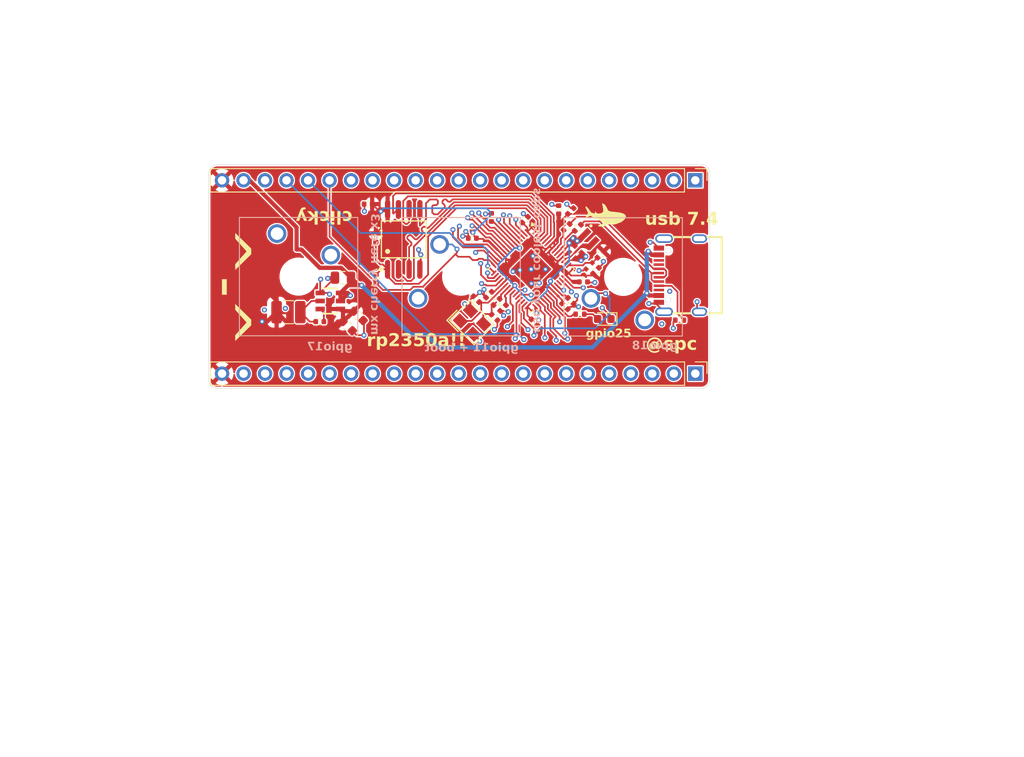
<source format=kicad_pcb>
(kicad_pcb (version 20241229) (generator "pcbnew") (generator_version "9.0")
  (layers (0 "F.Cu" signal) (4 "In1.Cu" signal) (6 "In2.Cu" signal) (2 "B.Cu" signal) (13 "F.Paste" user) (15 "B.Paste" user) (5 "F.SilkS" user "F.Silkscreen") (7 "B.SilkS" user "B.Silkscreen") (1 "F.Mask" user) (3 "B.Mask" user) (25 "Edge.Cuts" user))
  (net 0 "")
  (net 1 "USB_VBUS")
  (net 2 "GND")
  (net 3 "Net-(U1-BST)")
  (net 4 "Net-(U1-SW)")
  (net 5 "+3V3")
  (net 6 "+1V1")
  (net 7 "Net-(U6-VREG_AVDD)")
  (net 8 "XIN")
  (net 9 "Net-(C24-Pad2)")
  (net 10 "Net-(D1-A)")
  (net 11 "GPIO24")
  (net 12 "GPIO11")
  (net 13 "GPIO20")
  (net 14 "GPIO12")
  (net 15 "/VREG_LX")
  (net 16 "Net-(U2-CC1)")
  (net 17 "Net-(U4-~{CS})")
  (net 18 "XOUT")
  (net 19 "D-")
  (net 20 "Net-(U6-USB_DM)")
  (net 21 "D+")
  (net 22 "RUN")
  (net 26 "Net-(U6-USB_DP)")
  (net 27 "IO2")
  (net 28 "IO3")
  (net 29 "IO0")
  (net 30 "IO1")
  (net 31 "Net-(U6-GPIO25)")
  (net 32 "Net-(U4-CLK)")
  (net 33 "Net-(U6-GPIO17)")
  (net 34 "Net-(U6-GPIO18)")
  (net 35 "GPIO29")
  (net 36 "GPIO27")
  (net 37 "GPIO28")
  (net 38 "GPIO26")
  (net 39 "GPIO7")
  (net 40 "GPIO23")
  (net 41 "GPIO8")
  (net 42 "GPIO1")
  (net 43 "GPIO0")
  (net 44 "GPIO3")
  (net 45 "GPIO15")
  (net 46 "GPIO9")
  (net 47 "GPIO4")
  (net 48 "GPIO16")
  (net 49 "GPIO5")
  (net 50 "GPIO6")
  (net 51 "GPIO14")
  (net 52 "GPIO19")
  (net 53 "GPIO21")
  (net 54 "GPIO22")
  (net 55 "GPIO10")
  (net 56 "GPIO13")
  (net 57 "GPIO2")
  (net 58 "SWDIO")
  (net 59 "SWCLK")
  (footprint "easyeda2kicad:TSOT-26_L2.9-W1.6-P0.95-LS2.8-BL" (layer "F.Cu") (at 118.237999 83.421 90)
    (property "Reference" "U1" (hide yes))
    (property "Value" "AP63203WU-7" (hide yes))
  )
  (footprint "Capacitor_SMD:C_0603_1608Metric" (layer "F.Cu") (at 120.28099 86.391991 -45)
    (property "Reference" "C3" (hide yes))
    (property "Value" "22uf" (hide yes))
  )
  (footprint "Capacitor_SMD:C_0402_1005Metric" (layer "F.Cu") (at 142.322 85.937 -45)
    (property "Reference" "C18" (hide yes))
    (property "Value" "100n" (hide yes))
  )
  (footprint "Resistor_SMD:R_0402_1005Metric" (layer "F.Cu") (at 137.863225 83.538711 45)
    (property "Reference" "R5" (hide yes))
    (property "Value" "1k" (hide yes))
  )
  (footprint "Resistor_SMD:R_0402_1005Metric" (layer "F.Cu") (at 123.645977 80.807349 -90)
    (property "Reference" "R4" (hide yes))
    (property "Value" "1k" (hide yes))
  )
  (footprint "Capacitor_SMD:C_0402_1005Metric" (layer "F.Cu") (at 137.251 73.552 90)
    (property "Reference" "C8" (hide yes))
    (property "Value" "100n" (hide yes))
  )
  (footprint "Capacitor_SMD:C_0402_1005Metric" (layer "F.Cu") (at 146.624279 72.797758 45)
    (property "Reference" "C16" (hide yes))
    (property "Value" "100n" (hide yes))
  )
  (footprint "Connector_PinHeader_2.54mm:PinHeader_1x23_P2.54mm_Vertical" (layer "F.Cu") (at 161.327297 69.175444 -90)
    (property "Reference" "J1" (hide yes))
    (property "Value" "Conn_01x23_Pin" (hide yes))
  )
  (footprint "easyeda2kicad:SOIC-8_L5.3-W5.3-P1.27-LS8.0-BL" (layer "F.Cu") (at 126.907856 76.145979)
    (property "Reference" "U4" (hide yes))
    (property "Value" "W25Q64JVSSIQ_C179171" (hide yes))
  )
  (footprint "Capacitor_SMD:C_0805_2012Metric" (layer "F.Cu") (at 119.732999 80.67 180)
    (property "Reference" "C1" (hide yes))
    (property "Value" "10uf" (hide yes))
  )
  (footprint "Capacitor_SMD:C_0402_1005Metric" (layer "F.Cu") (at 148.119 81.171)
    (property "Reference" "C14" (hide yes))
    (property "Value" "100n" (hide yes))
  )
  (footprint "Connector_PinHeader_2.54mm:PinHeader_1x23_P2.54mm_Vertical" (layer "F.Cu") (at 161.331957 91.997315 -90)
    (property "Reference" "J2" (hide yes))
    (property "Value" "Conn_01x23_Pin" (hide yes))
  )
  (footprint "Resistor_SMD:R_0402_1005Metric" (layer "F.Cu") (at 147.460624 74.779376 -135)
    (property "Reference" "R6" (hide yes))
    (property "Value" "27" (hide yes))
  )
  (footprint "Capacitor_SMD:C_0402_1005Metric" (layer "F.Cu") (at 122.699868 71.981243 180)
    (property "Reference" "C15" (hide yes))
    (property "Value" "100n" (hide yes))
  )
  (footprint "Capacitor_SMD:C_0402_1005Metric" (layer "F.Cu") (at 145.195056 72.642969 90)
    (property "Reference" "C22" (hide yes))
    (property "Value" "100n" (hide yes))
  )
  (footprint "Capacitor_SMD:C_0402_1005Metric" (layer "F.Cu") (at 136.958129 82.67604 -135)
    (property "Reference" "C19" (hide yes))
    (property "Value" "100n" (hide yes))
  )
  (footprint "Resistor_SMD:R_0402_1005Metric" (layer "F.Cu") (at 123.610622 75.948644 90)
    (property "Reference" "R3" (hide yes))
    (property "Value" "10k" (hide yes))
  )
  (footprint "easyeda2kicad:USB-C-SMD_G-SWITCH_GT-USB-7010ASV" (layer "F.Cu") (at 159.42423 80.376328 90)
    (property "Reference" "U2" (hide yes))
    (property "Value" "GT-USB-7010ASV" (hide yes))
  )
  (footprint "LOGO" (layer "F.Cu") (at 150.75 73.27)
    (property "Reference" "G***" (hide yes))
    (property "Value" "LOGO" (hide yes))
  )
  (footprint "RP2350_60QFN_minimal:C_0402_1005Metric_small_pads" (layer "F.Cu") (at 148.790387 79.281523 45)
    (property "Reference" "C7" (hide yes))
    (property "Value" "4.7u" (hide yes))
  )
  (footprint "Capacitor_SMD:C_0402_1005Metric" (layer "F.Cu") (at 135.004 76.012 180)
    (property "Reference" "C11" (hide yes))
    (property "Value" "100n" (hide yes))
  )
  (footprint "Capacitor_SMD:C_0402_1005Metric" (layer "F.Cu") (at 146.624279 83.40436 -45)
    (property "Reference" "C10" (hide yes))
    (property "Value" "100n" (hide yes))
  )
  (footprint "Capacitor_SMD:C_0402_1005Metric" (layer "F.Cu") (at 116.994999 85.862 180)
    (property "Reference" "C2" (hide yes))
    (property "Value" "100nf" (hide yes))
  )
  (footprint "Inductor_SMD:L_1210_3225Metric" (layer "F.Cu") (at 113.291999 84.741 180)
    (property "Reference" "L1" (hide yes))
    (property "Value" "3.9uh" (hide yes))
  )
  (footprint "Capacitor_SMD:C_0402_1005Metric" (layer "F.Cu") (at 149.600332 79.849221 45)
    (property "Reference" "C17" (hide yes))
    (property "Value" "100n" (hide yes))
  )
  (footprint "RP2350_60QFN_minimal:C_0402_1005Metric_small_pads" (layer "F.Cu") (at 146.807659 78.004486 -45)
    (property "Reference" "C6" (hide yes))
    (property "Value" "4.7u" (hide yes))
  )
  (footprint "Capacitor_SMD:C_0402_1005Metric" (layer "F.Cu") (at 141.235258 73.824671 45)
    (property "Reference" "C20" (hide yes))
    (property "Value" "100n" (hide yes))
  )
  (footprint "easyeda2kicad:CRYSTAL-SMD_4P-L3.2-W2.5-BL" (layer "F.Cu") (at 134.957017 85.949944 -45)
    (property "Reference" "U5" (hide yes))
    (property "Value" "ABM8-272-T3_C20625731" (hide yes))
  )
  (footprint "Capacitor_SMD:C_0402_1005Metric" (layer "F.Cu") (at 145.931314 84.054899 -45)
    (property "Reference" "C13" (hide yes))
    (property "Value" "100n" (hide yes))
  )
  (footprint "Resistor_SMD:R_0402_1005Metric" (layer "F.Cu") (at 150.143081 77.935896 -135)
    (property "Reference" "R2" (hide yes))
    (property "Value" "33" (hide yes))
  )
  (footprint "Resistor_SMD:R_0402_1005Metric" (layer "F.Cu") (at 159.481265 85.686387)
    (property "Reference" "R1" (hide yes))
    (property "Value" "5.1k" (hide yes))
  )
  (footprint "Capacitor_SMD:C_0402_1005Metric" (layer "F.Cu") (at 138.633972 84.252888 -135)
    (property "Reference" "C9" (hide yes))
    (property "Value" "100n" (hide yes))
  )
  (footprint "Capacitor_SMD:C_0603_1608Metric" (layer "F.Cu") (at 121.565006 85.178008 -45)
    (property "Reference" "C4" (hide yes))
    (property "Value" "22uf" (hide yes))
  )
  (footprint "Package_DFN_QFN:QFN-60-1EP_7x7mm_P0.4mm_EP3.4x3.4mm" (layer "F.Cu") (at 141.956507 79.672445 -45)
    (property "Reference" "U6" (hide yes))
    (property "Value" "RP2350A-QFN60" (hide yes))
  )
  (footprint "LED_SMD:LED_0603_1608Metric" (layer "F.Cu") (at 150.59 85.55 180)
    (property "Reference" "D1" (hide yes))
    (property "Value" "LED" (hide yes))
  )
  (footprint "RP2350_60QFN_minimal:C_0402_1005Metric_small_pads" (layer "F.Cu") (at 147.497088 77.315057 -45)
    (property "Reference" "C5" (hide yes))
    (property "Value" "4.7u" (hide yes))
  )
  (footprint "Resistor_SMD:R_0402_1005Metric" (layer "F.Cu") (at 146.130624 74.689376 45)
    (property "Reference" "R7" (hide yes))
    (property "Value" "27" (hide yes))
  )
  (footprint "Capacitor_SMD:C_0402_1005Metric" (layer "F.Cu") (at 135.466134 83.20637 -45)
    (property "Reference" "C23" (hide yes))
    (property "Value" "15p" (hide yes))
  )
  (footprint "caps:0603-special" (layer "F.Cu") (at 148.726039 76.104488 -45)
    (property "Reference" "L2" (hide yes))
    (property "Value" "3.3u" (hide yes))
  )
  (footprint "Resistor_SMD:R_0402_1005Metric" (layer "F.Cu") (at 147.707938 84.979279)
    (property "Reference" "R9" (hide yes))
    (property "Value" "33" (hide yes))
  )
  (footprint "Capacitor_SMD:C_0402_1005Metric" (layer "F.Cu") (at 137.62281 85.363045 135)
    (property "Reference" "C24" (hide yes))
    (property "Value" "15p" (hide yes))
  )
  (footprint "Button_Switch_Keyboard:SW_Cherry_MX_1.00u_Plate" (layer "B.Cu") (at 155.355528 85.65522)
    (property "Reference" "SW4" (hide yes))
    (property "Value" "SW_Push" (hide yes))
  )
  (footprint "Button_Switch_Keyboard:SW_Cherry_MX_1.00u_Plate" (layer "B.Cu") (at 128.601309 83.091485 -90)
    (property "Reference" "SW1" (hide yes))
    (property "Value" "SW_Push" (hide yes))
  )
  (footprint "Button_Switch_Keyboard:SW_Cherry_MX_1.00u_Plate" (layer "B.Cu") (at 111.94675 75.463 180)
    (property "Reference" "SW3" (hide yes))
    (property "Value" "SW_Push" (hide yes))
  )
  (gr_arc (start 163.043749 92.74) (mid 162.750857 93.447107) (end 162.04375 93.74) (stroke (width 0.05)) (layer "Edge.Cuts"))
  (gr_line (start 163.04375 68.330001) (end 163.043749 92.74) (stroke (width 0.05)) (layer "Edge.Cuts"))
  (gr_line (start 103.88225 92.74) (end 103.88225 68.330001) (stroke (width 0.05)) (layer "Edge.Cuts"))
  (gr_line (start 162.04375 93.74) (end 104.88225 93.739999) (stroke (width 0.05)) (layer "Edge.Cuts"))
  (gr_arc (start 103.88225 68.330001) (mid 104.175143 67.622893) (end 104.88225 67.33) (stroke (width 0.05)) (layer "Edge.Cuts"))
  (gr_arc (start 162.04375 67.33) (mid 162.750857 67.622892) (end 163.04375 68.330001) (stroke (width 0.05)) (layer "Edge.Cuts"))
  (gr_line (start 104.88225 67.33) (end 162.04375 67.33) (stroke (width 0.05)) (layer "Edge.Cuts"))
  (gr_arc (start 104.88225 93.739999) (mid 104.175143 93.447107) (end 103.88225 92.74) (stroke (width 0.05)) (layer "Edge.Cuts"))
  (gr_text "clicky\n" (at 120.85 72.56 180) (layer "F.SilkS") (effects (font (size 1.5 1.5) (thickness 0.3) (bold yes)) (justify left bottom)))
  (gr_text "^-^" (at 102.95 74.64 270) (layer "F.SilkS") (effects (font (size 5 5) (thickness 0.1)) (justify left bottom)))
  (gr_text "@spc\n" (at 155.46 89.44 0) (layer "F.SilkS") (effects (font (size 1.5 1.5) (thickness 0.3) (bold yes)) (justify left bottom)))
  (gr_text "usb 7.4" (at 155.37 74.68 0) (layer "F.SilkS") (effects (font (size 1.5 1.5) (thickness 0.3) (bold yes)) (justify left bottom)))
  (gr_text "rp2350a!!\n" (at 122.52 89.01 0) (layer "F.SilkS") (effects (font (size 1.5 1.5) (thickness 0.3) (bold yes)) (justify left bottom)))
  (gr_text "gpio25\n" (at 148.4 87.88 0) (layer "F.SilkS") (effects (font (size 1 1) (thickness 0.2) (bold yes)) (justify left bottom)))
  (gr_text "mx cherry here x3\n\n" (at 121.2 87.43 270) (layer "B.SilkS") (effects (font (size 1 1) (thickness 0.2) (bold yes)) (justify left bottom mirror)))
  (gr_text "gpio18\n" (at 159.23 89.3 0) (layer "B.SilkS") (effects (font (size 1 1) (thickness 0.2) (bold yes)) (justify left bottom mirror)))
  (gr_text "gpio11 + boot" (at 140.48 89.54 0) (layer "B.SilkS") (effects (font (size 1 1) (thickness 0.2) (bold yes)) (justify left bottom mirror)))
  (gr_text "gpio17" (at 120.86 89.42 0) (layer "B.SilkS") (effects (font (size 1 1) (thickness 0.2) (bold yes)) (justify left bottom mirror)))
  (gr_text "use your coolest caps\n" (at 142.07 87.15 270) (layer "B.SilkS") (effects (font (size 1 1) (thickness 0.2) (bold yes)) (justify left bottom mirror)))
  (segment (start 119.438 82.471) (end 119.437999 83.421) (width 0.5) (layer "F.Cu") (net 1))
  (segment (start 155.883328 82.776328) (end 155.603 82.496) (width 0.5) (layer "F.Cu") (net 1))
  (segment (start 119.438 82.471) (end 120.289 82.471) (width 0.5) (layer "F.Cu") (net 1))
  (segment (start 114.825698 77.345) (end 116.984698 79.504) (width 0.5) (layer "F.Cu") (net 1))
  (segment (start 157.02423 82.776328) (end 155.883328 82.776328) (width 0.5) (layer "F.Cu") (net 1))
  (segment (start 121.93 81.564) (end 121.576998 81.564) (width 0.5) (layer "F.Cu") (net 1))
  (segment (start 114.251 74.723862) (end 114.251 77.345) (width 0.5) (layer "F.Cu") (net 1))
  (segment (start 121.576998 81.564) (end 120.682998 80.67) (width 0.5) (layer "F.Cu") (net 1))
  (segment (start 120.073999 82.785) (end 119.437999 83.421) (width 0.5) (layer "F.Cu") (net 1))
  (segment (start 116.984698 79.504) (end 119.516998 79.504) (width 0.5) (layer "F.Cu") (net 1))
  (segment (start 114.251 77.345) (end 114.825698 77.345) (width 0.5) (layer "F.Cu") (net 1))
  (segment (start 120.345 81.564) (end 119.438 82.471) (width 0.5) (layer "F.Cu") (net 1))
  (segment (start 119.516998 79.504) (end 120.682998 80.67) (width 0.5) (layer "F.Cu") (net 1))
  (segment (start 156.201328 77.976328) (end 155.774 77.549) (width 0.5) (layer "F.Cu") (net 1))
  (segment (start 120.289 82.471) (end 120.603 82.785) (width 0.5) (layer "F.Cu") (net 1))
  (segment (start 120.603 82.785) (end 120.073999 82.785) (width 0.5) (layer "F.Cu") (net 1))
  (segment (start 157.02423 77.976328) (end 156.201328 77.976328) (width 0.5) (layer "F.Cu") (net 1))
  (segment (start 121.93 81.564) (end 120.345 81.564) (width 0.5) (layer "F.Cu") (net 1))
  (segment (start 108.702582 69.175444) (end 114.251 74.723862) (width 0.5) (layer "F.Cu") (net 1))
  (segment (start 107.987297 69.175444) (end 108.702582 69.175444) (width 0.5) (layer "F.Cu") (net 1))
  (via (at 120.603 82.785) (size 0.6) (drill 0.3) (layers "F.Cu" "B.Cu") (net 1))
  (via (at 121.93 81.564) (size 0.6) (drill 0.3) (layers "F.Cu" "B.Cu") (net 1))
  (via (at 155.774 77.549) (size 0.6) (drill 0.3) (layers "F.Cu" "B.Cu") (net 1))
  (via (at 155.603 82.496) (size 0.6) (drill 0.3) (layers "F.Cu" "B.Cu") (net 1))
  (segment (start 155.603 82.496) (end 155.603 77.72) (width 0.5) (layer "B.Cu") (net 1))
  (segment (start 149.192 88.907) (end 131.039 88.907) (width 0.5) (layer "B.Cu") (net 1))
  (segment (start 127.753 87.387) (end 121.93 81.564) (width 0.5) (layer "B.Cu") (net 1))
  (segment (start 131.039 88.907) (end 129.519 87.387) (width 0.5) (layer "B.Cu") (net 1))
  (segment (start 155.603 82.496) (end 149.192 88.907) (width 0.5) (layer "B.Cu") (net 1))
  (segment (start 155.603 77.72) (end 155.774 77.549) (width 0.5) (layer "B.Cu") (net 1))
  (segment (start 129.519 87.387) (end 127.753 87.387) (width 0.5) (layer "B.Cu") (net 1))
  (segment (start 117.037998 82.415002) (end 118.783 80.67) (width 0.2) (layer "F.Cu") (net 2))
  (segment (start 122.212 85.825002) (end 122.113014 85.726016) (width 0.2) (layer "F.Cu") (net 2))
  (segment (start 155.844 83.724) (end 156.671902 83.724) (width 0.2) (layer "F.Cu") (net 2))
  (segment (start 136.009267 82.406) (end 136.618718 83.015451) (width 0.2) (layer "F.Cu") (net 2))
  (segment (start 128.919 77.957) (end 128.919 79.564835) (width 0.2) (layer "F.Cu") (net 2))
  (segment (start 146.96369 72.458347) (end 146.632347 72.458347) (width 0.2) (layer "F.Cu") (net 2))
  (segment (start 118.701 80.752) (end 118.783 80.67) (width 0.5) (layer "F.Cu") (net 2))
  (segment (start 139.128299 84.592299) (end 139.239 84.703) (width 0.2) (layer "F.Cu") (net 2))
  (segment (start 147.54 84.107) (end 147.326919 84.107) (width 0.2) (layer "F.Cu") (net 2))
  (segment (start 135.126723 82.866959) (end 135.419041 82.866959) (width 0.2) (layer "F.Cu") (net 2))
  (segment (start 122.265 72.026375) (end 122.219868 71.981243) (width 0.2) (layer "F.Cu") (net 2))
  (segment (start 156.671902 83.724) (end 157.64423 84.696328) (width 0.2) (layer "F.Cu") (net 2))
  (segment (start 135.885 88.18) (end 135.885 88.080008) (width 0.2) (layer "F.Cu") (net 2))
  (segment (start 148.121464 79.831651) (end 148.354808 79.598306) (width 0.2) (layer "F.Cu") (net 2))
  (segment (start 122.212 87.463) (end 122.212 85.825002) (width 0.2) (layer "F.Cu") (net 2))
  (segment (start 161.538 84.410098) (end 161.82423 84.696328) (width 0.2) (layer "F.Cu") (net 2))
  (segment (start 136.382 82.778733) (end 136.618718 83.015451) (width 0.2) (layer "F.Cu") (net 2))
  (segment (start 156.006 76.495) (end 156.342902 76.495) (width 0.2) (layer "F.Cu") (net 2))
  (segment (start 161.538 83.514) (end 161.538 84.410098) (width 0.2) (layer "F.Cu") (net 2))
  (segment (start 128.919 79.564835) (end 128.807856 79.675979) (width 0.2) (layer "F.Cu") (net 2))
  (segment (start 117.037998 82.471) (end 117.037998 82.415002) (width 0.2) (layer "F.Cu") (net 2))
  (segment (start 150.48 78.751) (end 150.48 78.969553) (width 0.2) (layer "F.Cu") (net 2))
  (segment (start 147.291 82.799) (end 147.396 82.904) (width 0.2) (layer "F.Cu") (net 2))
  (segment (start 141.574669 73.48526) (end 141.40426 73.48526) (width 0.2) (layer "F.Cu") (net 2))
  (segment (start 136.382 82.061) (end 136.382 82.778733) (width 0.2) (layer "F.Cu") (net 2))
  (segment (start 128.659 77.697) (end 128.919 77.957) (width 0.2) (layer "F.Cu") (net 2))
  (segment (start 135.419041 82.866959) (end 135.88 82.406) (width 0.2) (layer "F.Cu") (net 2))
  (segment (start 137.177 73.146) (end 137.251 73.072) (width 0.2) (layer "F.Cu") (net 2))
  (segment (start 134.78024 84.43124) (end 134.101 83.752) (width 0.2) (layer "F.Cu") (net 2))
  (segment (start 136.561 73.146) (end 137.177 73.146) (width 0.2) (layer "F.Cu") (net 2))
  (segment (start 151.3775 85.5425) (end 151.47 85.45) (width 0.2) (layer "F.Cu") (net 2))
  (segment (start 134.78024 84.571086) (end 134.78024 83.213442) (width 0.2) (layer "F.Cu") (net 2))
  (segment (start 147.60386 79.831652) (end 148.121464 79.831651) (width 0.2) (layer "F.Cu") (net 2))
  (segment (start 146.558035 84.107) (end 146.270725 84.39431) (width 0.2) (layer "F.Cu") (net 2))
  (segment (start 134.282 75.77) (end 134.524 76.012) (width 0.2) (layer "F.Cu") (net 2))
  (segment (start 117.037998 80.911002) (end 117.092 80.857) (width 0.2) (layer "F.Cu") (net 2))
  (segment (start 147.54 84.107) (end 146.558035 84.107) (width 0.2) (layer "F.Cu") (net 2))
  (segment (start 121.351999 87.463) (end 120.828998 86.939999) (width 0.2) (layer "F.Cu") (net 2))
  (segment (start 137.962221 85.702456) (end 137.962221 86.426779) (width 0.2) (layer "F.Cu") (net 2))
  (segment (start 150.48 78.969553) (end 149.939743 79.50981) (width 0.2) (layer "F.Cu") (net 2))
  (segment (start 142.661411 86.276411) (end 142.843589 86.276411) (width 0.2) (layer "F.Cu") (net 2))
  (segment (start 122.212 87.463) (end 121.351999 87.463) (width 0.2) (layer "F.Cu") (net 2))
  (segment (start 134.78024 84.571086) (end 134.78024 84.43124) (width 0.2) (layer "F.Cu") (net 2))
  (segment (start 134.524 76.012) (end 134.524 75.507) (width 0.2) (layer "F.Cu") (net 2))
  (segment (start 134.524 75.507) (end 134.236 75.219) (width 0.2) (layer "F.Cu") (net 2))
  (segment (start 147.396 83.311461) (end 146.96369 83.743771) (width 0.2) (layer "F.Cu") (net 2))
  (segment (start 128.659 77.364) (end 128.659 77.697) (width 0.2) (layer "F.Cu") (net 2))
  (segment (start 147.396 82.904) (end 147.396 83.311461) (width 0.2) (layer "F.Cu") (net 2))
  (segment (start 142.661411 85.845589) (end 142.835 85.672) (width 0.2) (layer "F.Cu") (net 2))
  (segment (start 138.294561 84.592299) (end 139.128299 84.592299) (width 0.2) (layer "F.Cu") (net 2))
  (segment (start 122.265 72.829) (end 122.265 72.026375) (width 0.2) (layer "F.Cu") (net 2))
  (segment (start 135.885 88.080008) (end 135.133794 87.328802) (width 0.2) (layer "F.Cu") (net 2))
  (segment (start 155.844 83.724) (end 156.876558 83.724) (width 0.2) (layer "F.Cu") (net 2))
  (segment (start 149.469 81.236) (end 148.664 81.236) (width 0.2) (layer "F.Cu") (net 2))
  (segment (start 117.928 80.752) (end 118.701 80.752) (width 0.5) (layer "F.Cu") (net 2))
  (segment (start 141.40426 73.48526) (end 141.029 73.11) (width 0.2) (layer "F.Cu") (net 2))
  (segment (start 151.3775 85.55) (end 151.3775 85.2625) (width 0.2) (layer "F.Cu") (net 2))
  (segment (start 138.693 84.990738) (end 138.294561 84.592299) (width 0.2) (layer "F.Cu") (net 2))
  (segment (start 151.3775 85.2625) (end 150.347 84.232) (width 0.2) (layer "F.Cu") (net 2))
  (segment (start 117.037998 82.471) (end 117.037998 80.911002) (width 0.2) (layer "F.Cu") (net 2))
  (segment (start 156.342902 76.495) (end 157.02423 77.176328) (width 0.2) (layer "F.Cu") (net 2))
  (segment (start 156.876558 83.724) (end 157.02423 83.576328) (width 0.2) (layer "F.Cu") (net 2))
  (segment (start 158.734 86.635) (end 158.734 85.923653) (width 0.2) (layer "F.Cu") (net 2))
  (segment (start 148.664 81.236) (end 148.599 81.171) (width 0.2) (layer "F.Cu") (net 2))
  (segment (start 117.989 82.471) (end 118.139 82.621) (width 0.2) (layer "F.Cu") (net 2))
  (segment (start 142.661411 86.276411) (end 142.661411 85.845589) (width 0.2) (layer "F.Cu") (net 2))
  (segment (start 146.632347 72.458347) (end 146.16 71.986) (width 0.2) (layer "F.Cu") (net 2))
  (segment (start 138.693 85.148) (end 138.693 84.990738) (width 0.2) (layer "F.Cu") (net 2))
  (segment (start 144.529969 72.162969) (end 144.382 72.015) (width 0.2) (layer "F.Cu") (net 2))
  (segment (start 137.962221 86.426779) (end 137.604 86.785) (width 0.2) (layer "F.Cu") (net 2))
  (segment (start 135.88 82.406) (end 136.009267 82.406) (width 0.2) (layer "F.Cu") (net 2))
  (segment (start 117.037998 82.471) (end 117.989 82.471) (width 0.2) (layer "F.Cu") (net 2))
  (segment (start 158.734 85.923653) (end 158.971266 85.686387) (width 0.2) (layer "F.Cu") (net 2))
  (segment (start 145.195056 72.162969) (end 144.529969 72.162969) (width 0.2) (layer "F.Cu") (net 2))
  (segment (start 151.3775 85.55) (end 151.3775 85.5425) (width 0.2) (layer "F.Cu") (net 2))
  (segment (start 134.78024 83.213442) (end 135.126723 82.866959) (width 0.2) (layer "F.Cu") (net 2))
  (segment (start 147.326919 84.107) (end 146.96369 83.743771) (width 0.2) (layer "F.Cu") (net 2))
  (segment (start 133.87 75.77) (end 134.282 75.77) (width 0.2) (layer "F.Cu") (net 2))
  (via (at 118.139 82.621) (size 0.6) (drill 0.3) (layers "F.Cu" "B.Cu") (net 2))
  (via (at 148.392045 78.171769) (size 0.6) (drill 0.3) (layers "F.Cu" "B.Cu") (net 2))
  (via (at 155.844 83.724) (size 0.6) (drill 0.3) (layers "F.Cu" "B.Cu") (net 2))
  (via (at 141.985 81.359) (size 0.6) (drill 0.3) (layers "F.Cu" "B.Cu") (net 2))
  (via (at 110.452 84.476) (size 0.6) (drill 0.3) (layers "F.Cu" "B.Cu") (net 2))
  (via (at 136.561 73.146) (size 0.6) (drill 0.3) (layers "F.Cu" "B.Cu") (net 2))
  (via (at 139.239 84.703) (size 0.6) (drill 0.3) (layers "F.Cu" "B.Cu") (net 2))
  (via (at 141.956507 79.672445) (size 0.6) (drill 0.3) (layers "F.Cu" "B.Cu") (net 2))
  (via (at 158.734 86.635) (size 0.6) (drill 0.3) (layers "F.Cu" "B.Cu") (net 2))
  (via (at 140.614 79.781) (size 0.6) (drill 0.3) (layers "F.Cu" "B.Cu") (net 2))
  (via (at 161.538 83.514) (size 0.6) (drill 0.3) (layers "F.Cu" "B.Cu") (net 2))
  (via (at 135.88 82.406) (size 0.6) (drill 0.3) (layers "F.Cu" "B.Cu") (net 2))
  (via (at 117.928 80.752) (size 0.6) (drill 0.3) (layers "F.Cu" "B.Cu") (net 2))
  (via (at 135.885 88.18) (size 0.6) (drill 0.3) (layers "F.Cu" "B.Cu") (net 2))
  (via (at 142.912 81.303) (size 0.6) (drill 0.3) (layers "F.Cu" "B.Cu") (net 2))
  (via (at 138.693 85.148) (size 0.6) (drill 0.3) (layers "F.Cu" "B.Cu") (net 2))
  (via (at 147.846607 78.647039) (size 0.6) (drill 0.3) (layers "F.Cu" "B.Cu") (net 2))
  (via (at 146.16 71.986) (size 0.6) (drill 0.3) (layers "F.Cu" "B.Cu") (net 2))
  (via (at 128.919 77.957) (size 0.6) (drill 0.3) (layers "F.Cu" "B.Cu") (net 2))
  (via (at 136.382 82.061) (size 0.6) (drill 0.3) (layers "F.Cu" "B.Cu") (net 2))
  (via (at 137.604 86.785) (size 0.6) (drill 0.3) (layers "F.Cu" "B.Cu") (net 2))
  (via (at 128.659 77.364) (size 0.6) (drill 0.3) (layers "F.Cu" "B.Cu") (net 2))
  (via (at 142.835 85.672) (size 0.6) (drill 0.3) (layers "F.Cu" "B.Cu") (net 2))
  (via (at 141.956507 79.672445) (size 0.6) (drill 0.3) (layers "F.Cu" "B.Cu") (net 2))
  (via (at 134.236 75.219) (size 0.6) (drill 0.3) (layers "F.Cu" "B.Cu") (net 2))
  (via (at 142.152977 78.113104) (size 0.6) (drill 0.3) (layers "F.Cu" "B.Cu") (net 2))
  (via (at 141.956507 79.672445) (size 0.6) (drill 0.3) (layers "F.Cu" "B.Cu") (net 2))
  (via (at 147.54 84.107) (size 0.6) (drill 0.3) (layers "F.Cu" "B.Cu") (net 2))
  (via (at 117.092 80.857) (size 0.6) (drill 0.3) (layers "F.Cu" "B.Cu") (net 2))
  (via (at 150.48 78.751) (size 0.6) (drill 0.3) (layers "F.Cu" "B.Cu") (net 2))
  (via (at 134.101 83.752) (size 0.6) (drill 0.3) (layers "F.Cu" "B.Cu") (net 2))
  (via (at 144.382 72.015) (size 0.6) (drill 0.3) (layers "F.Cu" "B.Cu") (net 2))
  (via (at 122.265 72.829) (size 0.6) (drill 0.3) (layers "F.Cu" "B.Cu") (net 2))
  (via (at 143.640034 79.677747) (size 0.6) (drill 0.3) (layers "F.Cu" "B.Cu") (net 2))
  (via (at 157.372 86.124) (size 0.6) (drill 0.3) (layers "F.Cu" "B.Cu") (net 2))
  (via (at 141.029 73.11) (size 0.6) (drill 0.3) (layers "F.Cu" "B.Cu") (net 2))
  (via (at 149.469 81.236) (size 0.6) (drill 0.3) (layers "F.Cu" "B.Cu") (net 2))
  (via (at 139.803 79.942) (size 0.6) (drill 0.3) (layers "F.Cu" "B.Cu") (net 2))
  (via (at 150.347 84.232) (size 0.6) (drill 0.3) (layers "F.Cu" "B.Cu") (net 2))
  (via (at 147.291 82.799) (size 0.6) (drill 0.3) (layers "F.Cu" "B.Cu") (net 2))
  (via (at 156.006 76.495) (size 0.6) (drill 0.3) (layers "F.Cu" "B.Cu") (net 2))
  (via (at 133.87 75.77) (size 0.6) (drill 0.3) (layers "F.Cu" "B.Cu") (net 2))
  (via (at 141.956507 79.672445) (size 0.6) (drill 0.3) (layers "F.Cu" "B.Cu") (net 2))
  (via (at 112.927998 84.298) (size 0.6) (drill 0.3) (layers "F.Cu" "B.Cu") (net 2))
  (via (at 141.956507 79.672445) (size 0.6) (drill 0.3) (layers "F.Cu" "B.Cu") (net 2))
  (via (at 141.956507 79.672445) (size 0.6) (drill 0.3) (layers "F.Cu" "B.Cu") (net 2))
  (via (at 158.311887 82.274597) (size 0.6) (drill 0.3) (layers "F.Cu" "B.Cu") (net 2))
  (via (at 141.956507 79.672445) (size 0.6) (drill 0.3) (layers "F.Cu" "B.Cu") (net 2))
  (via (at 122.212 87.463) (size 0.6) (drill 0.3) (layers "F.Cu" "B.Cu") (net 2))
  (via (at 147.60386 79.831652) (size 0.6) (drill 0.3) (layers "F.Cu" "B.Cu") (net 2))
  (segment (start 117.474999 84.808001) (end 117.037998 84.371) (width 0.2) (layer "F.Cu") (net 3))
  (segment (start 117.474999 85.862) (end 117.474999 84.808001) (width 0.2) (layer "F.Cu") (net 3))
  (segment (start 116.011998 83.421) (end 117.037999 83.421) (width 0.2) (layer "F.Cu") (net 4))
  (segment (start 114.691998 84.741) (end 115.812998 85.862) (width 0.2) (layer "F.Cu") (net 4))
  (segment (start 115.812998 85.862) (end 116.514999 85.862) (width 0.2) (layer "F.Cu") (net 4))
  (segment (start 114.691998 84.741) (end 116.011998 83.421) (width 0.2) (layer "F.Cu") (net 4))
  (segment (start 144.094046 77.851601) (end 144.094046 77.534906) (width 0.2) (layer "F.Cu") (net 5))
  (segment (start 144.683358 76.945593) (end 144.683358 76.382987) (width 0.2) (layer "F.Cu") (net 5))
  (segment (start 143.288 82.30075) (end 142.039875 83.548875) (width 0.2) (layer "F.Cu") (net 5))
  (segment (start 144.681693 76.382987) (end 144.11389 76.95079) (width 0.2) (layer "F.Cu") (net 5))
  (segment (start 145.062464 76.003627) (end 145.067458 75.998634) (width 0.2) (layer "F.Cu") (net 5))
  (segment (start 137.962221 81.954791) (end 137.580383 82.336628) (width 0.2) (layer "F.Cu") (net 5))
  (segment (start 145.067458 74.354579) (end 145.067458 75.293776) (width 0.2) (layer "F.Cu") (net 5))
  (segment (start 119.732982 84.665982) (end 119.438 84.371) (width 0.5) (layer "F.Cu") (net 5))
  (segment (start 143.288 81.849) (end 143.288 82.30075) (width 0.2) (layer "F.Cu") (net 5))
  (segment (start 143.811204 77.252063) (end 143.495923 77.252063) (width 0.2) (layer "F.Cu") (net 5))
  (segment (start 110.233853 73.962) (end 112.568485 73.962) (width 0.5) (layer "F.Cu") (net 5))
  (segment (start 144.094046 77.534906) (end 144.396025 77.232927) (width 0.2) (layer "F.Cu") (net 5))
  (segment (start 113.44775 78.045052) (end 110.372 81.120802) (width 0.5) (layer "F.Cu") (net 5))
  (segment (start 110.372 81.120802) (end 110.372 81.847) (width 0.5) (layer "F.Cu") (net 5))
  (segment (start 119.697 84.63) (end 119.438 84.371) (width 0.5) (layer "F.Cu") (net 5))
  (segment (start 110.372 81.847) (end 111.892 83.367) (width 0.5) (layer "F.Cu") (net 5))
  (segment (start 141.496888 85.111888) (end 141.982589 85.597589) (width 0.2) (layer "F.Cu") (net 5))
  (segment (start 119.606999 84.539998) (end 119.438 84.371) (width 0.2) (layer "F.Cu") (net 5))
  (segment (start 124.997856 74.051409) (end 124.997856 72.615978) (width 0.2) (layer "F.Cu") (net 5))
  (segment (start 146.443499 77.640326) (end 146.251367 77.640326) (width 0.2) (layer "F.Cu") (net 5))
  (segment (start 124.997856 72.615978) (end 124.779114 72.834721) (width 0.2) (layer "F.Cu") (net 5))
  (segment (start 110.181 85.849) (end 110.784 85.849) (width 0.5) (layer "F.Cu") (net 5))
  (segment (start 140.010205 78.521) (end 141.362 77.169205) (width 0.2) (layer "F.Cu") (net 5))
  (segment (start 144.396026 77.232925) (end 144.683358 76.945593) (width 0.2) (layer "F.Cu") (net 5))
  (segment (start 142.05143 75.80757) (end 141.496888 75.253028) (width 0.2) (layer "F.Cu") (net 5))
  (segment (start 113.44775 74.841265) (end 113.44775 78.045052) (width 0.5) (layer "F.Cu") (net 5))
  (segment (start 144.71 80.24) (end 145.466177 79.483823) (width 0.2) (layer "F.Cu") (net 5))
  (segment (start 135.07 75.598) (end 135.07 75.34) (width 0.2) (layer "F.Cu") (net 5))
  (segment (start 141.362 76.497) (end 142.05143 75.80757) (width 0.2) (layer "F.Cu") (net 5))
  (segment (start 138.97044 78.88156) (end 138.97044 78.521) (width 0.2) (layer "F.Cu") (net 5))
  (segment (start 138.66846 78.081455) (end 138.66846 78.06846) (width 0.2) (layer "F.Cu") (net 5))
  (segment (start 138.333627 81.598267) (end 138.330798 81.598268) (width 0.2) (layer "F.Cu") (net 5))
  (segment (start 136.262612 76.091) (end 135.563 76.091) (width 0.2) (layer "F.Cu") (net 5))
  (segment (start 119.732982 85.843983) (end 119.143653 85.843983) (width 0.5) (layer "F.Cu") (net 5))
  (segment (start 146.037677 80.055323) (end 146.114418 80.132064) (width 0.2) (layer "F.Cu") (net 5))
  (segment (start 147.639 81.171) (end 146.849175 81.171) (width 0.2) (layer "F.Cu") (net 5))
  (segment (start 145.079 79.096646) (end 145.466177 79.483823) (width 0.2) (layer "F.Cu") (net 5))
  (segment (start 123.179868 71.981243) (end 124.033346 72.834721) (width 0.2) (layer "F.Cu") (net 5))
  (segment (start 144.396026 77.232925) (end 144.675025 76.953927) (width 0.2) (layer "F.Cu") (net 5))
  (segment (start 146.284868 73.137169) (end 147.078242 73.137169) (width 0.2) (layer "F.Cu") (net 5))
  (segment (start 136.448611 76.277) (end 136.262612 76.091) (width 0.2) (layer "F.Cu") (net 5))
  (segment (start 146.093082 80.110728) (end 146.037677 80.055323) (width 0.2) (layer "F.Cu") (net 5))
  (segment (start 145.591902 83.30784) (end 145.591903 83.715487) (width 0.2) (layer "F.Cu") (net 5))
  (segment (start 143.6 80.956434) (end 144.316434 80.24) (width 0.2) (layer "F.Cu") (net 5))
  (segment (start 142.039875 83.548875) (end 141.496888 84.091862) (width 0.2) (layer "F.Cu") (net 5))
  (segment (start 119.143653 85.843983) (end 117.685636 87.302) (width 0.5) (layer "F.Cu") (net 5))
  (segment (start 144.396025 82.111963) (end 144.094046 81.809984) (width 0.2) (layer "F.Cu") (net 5))
  (segment (start 144.908722 78.666277) (end 144.094046 77.851601) (width 0.2) (layer "F.Cu") (net 5))
  (segment (start 138.597 80.11611) (end 138.597 79.255) (width 0.2) (layer "F.Cu") (net 5))
  (segment (start 143.6 81.809984) (end 143.327016 81.809984) (width 0.2) (layer "F.Cu") (net 5))
  (segment (start 146.093082 80.414907) (end 146.093082 80.110728) (width 0.2) (layer "F.Cu") (net 5))
  (segment (start 146.114418 80.132064) (end 146.375924 80.132064) (width 0.2) (layer "F.Cu") (net 5))
  (segment (start 145.591903 83.715487) (end 145.648472 83.658918) (width 0.2) (layer "F.Cu") (net 5))
  (segment (start 124.779114 72.834721) (end 124.193985 72.834721) (width 0.2) (layer "F.Cu") (net 5))
  (segment (start 112.568485 73.962) (end 113.44775 74.841265) (width 0.5) (layer "F.Cu") (net 5))
  (segment (start 144.113183 76.950084) (end 143.811204 77.252063) (width 0.2) (layer "F.Cu") (net 5))
  (segment (start 146.375924 80.132062) (end 146.658767 80.414905) (width 0.2) (layer "F.Cu") (net 5))
  (segment (start 147.775411 72.44) (end 148.7 72.44) (width 0.2) (layer "F.Cu") (net 5))
  (segment (start 144.396025 82.111961) (end 145.591902 83.30784) (width 0.2) (layer "F.Cu") (net 5))
  (segment (start 135.484 76.012) (end 135.07 75.598) (width 0.2) (layer "F.Cu") (net 5))
  (segment (start 146.658767 80.414905) (end 149.034647 80.414905) (width 0.2) (layer "F.Cu") (net 5))
  (segment (start 144.683358 76.382987) (end 145.062464 76.003879) (width 0.2) (layer "F.Cu") (net 5))
  (segment (start 110.784 85.849) (end 111.892 84.741) (width 0.5) (layer "F.Cu") (net 5))
  (segment (start 145.079 78.666277) (end 145.079 79.096646) (width 0.2) (layer "F.Cu") (net 5))
  (segment (start 144.683358 76.382987) (end 144.681693 76.382987) (width 0.2) (layer "F.Cu") (net 5))
  (segment (start 143.327016 81.809984) (end 143.288 81.849) (width 0.2) (layer "F.Cu") (net 5))
  (segment (start 139.005895 80.525005) (end 138.597 80.11611) (width 0.2) (layer "F.Cu") (net 5))
  (segment (start 146.432493 80.754316) (end 146.093082 80.414906) (width 0.2) (layer "F.Cu") (net 5))
  (segment (start 145.067458 75.998634) (end 145.067458 75.293776) (width 0.2) (layer "F.Cu") (net 5))
  (segment (start 140.895847 74.164082) (end 141.496889 74.765123) (width 0.2) (layer "F.Cu") (net 5))
  (segment (start 105.447297 69.175444) (end 110.233853 73.962) (width 0.5) (layer "F.Cu") (net 5))
  (segment (start 145.527396 78.364297) (end 145.225416 78.666277) (width 0.2) (layer "F.Cu") (net 5))
  (segment (start 144.396025 77.232927) (end 144.113183 76.950084) (width 0.2) (layer "F.Cu") (net 5))
  (segment (start 136.877 76.277) (end 136.448611 76.277) (width 0.2) (layer "F.Cu") (net 5))
  (segment (start 138.66846 81.263433) (end 137.977103 81.954791) (width 0.2) (layer "F.Cu") (net 5))
  (segment (start 139.005895 80.926) (end 139.005895 80.525005) (width 0.2) (layer "F.Cu") (net 5))
  (segment (start 138.66846 78.012159) (end 138.66846 78.081455) (width 0.2) (layer "F.Cu") (net 5))
  (segment (start 138.66846 81.263433) (end 138.333627 81.598267) (width 0.2) (layer "F.Cu") (net 5))
  (segment (start 144.316434 80.24) (end 144.71 80.24) (width 0.2) (layer "F.Cu") (net 5))
  (segment (start 149.034647 80.414905) (end 149.26092 80.188632) (width 0.2) (layer "F.Cu") (net 5))
  (segment (start 138.597 79.255) (end 138.97044 78.88156) (width 0.2) (layer "F.Cu") (net 5))
  (segment (start 143.6 81.809984) (end 143.6 80.956434) (width 0.2) (layer "F.Cu") (net 5))
  (segment (start 143.495923 77.252063) (end 142.05143 75.80757) (width 0.2) (layer "F.Cu") (net 5))
  (segment (start 147.078242 73.137169) (end 147.775411 72.44) (width 0.2) (layer "F.Cu") (net 5))
  (segment (start 141.496888 84.091862) (end 141.496888 85.111888) (width 0.2) (layer "F.Cu") (net 5))
  (segment (start 119.732982 85.843983) (end 119.732982 84.665982) (width 0.5) (layer "F.Cu") (net 5))
  (segment (start 138.66846 78.06846) (end 136.877 76.277) (width 0.2) (layer "F.Cu") (net 5))
  (segment (start 145.466177 79.483823) (end 146.037677 80.055323) (width 0.2) (layer "F.Cu") (net 5))
  (segment (start 138.97044 78.521) (end 140.010205 78.521) (width 0.2) (layer "F.Cu") (net 5))
  (segment (start 145.225416 78.666277) (end 145.079 78.666277) (width 0.2) (layer "F.Cu") (net 5))
  (segment (start 146.093082 80.414907) (end 146.375924 80.132064) (width 0.2) (layer "F.Cu") (net 5))
  (segment (start 141.496889 74.765123) (end 141.496889 75.253027) (width 0.2) (layer "F.Cu") (net 5))
  (segment (start 145.062464 76.003879) (end 145.062464 76.003627) (width 0.2) (layer "F.Cu") (net 5))
  (segment (start 117.685636 87.302) (end 114.453 87.302) (width 0.5) (layer "F.Cu") (net 5))
  (segment (start 114.453 87.302) (end 111.892 84.741) (width 0.5) (layer "F.Cu") (net 5))
  (segment (start 124.033346 72.834721) (end 124.193985 72.834721) (width 0.2) (layer "F.Cu") (net 5))
  (segment (start 141.362 77.169205) (end 141.362 76.497) (width 0.2) (layer "F.Cu") (net 5))
  (segment (start 138.97044 78.521) (end 138.97044 78.383435) (width 0.2) (layer "F.Cu") (net 5))
  (segment (start 137.580383 82.336628) (end 137.29754 82.336628) (width 0.2) (layer "F.Cu") (net 5))
  (segment (start 111.892 83.367) (end 111.892 84.741) (width 0.5) (layer "F.Cu") (net 5))
  (segment (start 138.97044 78.383435) (end 138.66846 78.081455) (width 0.2) (layer "F.Cu") (net 5))
  (segment (start 145.079 78.666277) (end 144.908722 78.666277) (width 0.2) (layer "F.Cu") (net 5))
  (segment (start 137.977103 81.954791) (end 137.962221 81.954791) (width 0.2) (layer "F.Cu") (net 5))
  (segment (start 121.016998 84.63) (end 119.697 84.63) (width 0.5) (layer "F.Cu") (net 5))
  (segment (start 144.094046 81.809984) (end 143.6 81.809984) (width 0.2) (layer "F.Cu") (net 5))
  (segment (start 139.005895 80.926) (end 138.66846 81.263435) (width 0.2) (layer "F.Cu") (net 5))
  (segment (start 146.849175 81.171) (end 146.093082 80.414907) (width 0.2) (layer "F.Cu") (net 5))
  (segment (start 123.610622 75.438645) (end 124.997856 74.051409) (width 0.2) (layer "F.Cu") (net 5))
  (segment (start 145.195056 74.22698) (end 145.195056 73.122968) (width 0.2) (layer "F.Cu") (net 5))
  (segment (start 119.402999 84.406001) (end 119.438 84.371) (width 0.2) (layer "F.Cu") (net 5))
  (segment (start 145.067458 74.354579) (end 145.195056 74.22698) (width 0.2) (layer "F.Cu") (net 5))
  (segment (start 135.563 76.091) (end 135.484 76.012) (width 0.2) (layer "F.Cu") (net 5))
  (segment (start 146.284868 73.137169) (end 145.067458 74.354579) (width 0.2) (layer "F.Cu") (net 5))
  (via (at 110.181 85.849) (size 0.6) (drill 0.3) (layers "F.Cu" "B.Cu") (net 5))
  (via (at 124.193985 72.834721) (size 0.6) (drill 0.3) (layers "F.Cu" "B.Cu") (net 5))
  (via (at 135.07 75.34) (size 0.6) (drill 0.3) (layers "F.Cu" "B.Cu") (net 5))
  (segment (start 136.666738 72.472506) (end 124.5562 72.472506) (width 0.2) (layer "B.Cu") (net 5))
  (segment (start 137.112 73.374232) (end 137.112 72.917768) (width 0.2) (layer "B.Cu") (net 5))
  (segment (start 135.146232 75.34) (end 137.112 73.374232) (width 0.2) (layer "B.Cu") (net 5))
  (segment (start 124.5562 72.472506) (end 124.193985 72.834721) (width 0.2) (layer "B.Cu") (net 5))
  (segment (start 137.112 72.917768) (end 136.666738 72.472506) (width 0.2) (layer "B.Cu") (net 5))
  (segment (start 135.07 75.34) (end 135.146232 75.34) (width 0.2) (layer "B.Cu") (net 5))
  (segment (start 145.906942 77.419066) (end 145.906943 77.349567) (width 0.2) (layer "F.Cu") (net 6))
  (segment (start 144.236959 81.098707) (end 144.177944 81.157722) (width 0.2) (layer "F.Cu") (net 6))
  (segment (start 137.251 74.032) (end 137.447434 74.032) (width 0.2) (layer "F.Cu") (net 6))
  (segment (start 140.017917 81.611034) (end 140.018868 81.611034) (width 0.2) (layer "F.Cu") (net 6))
  (segment (start 138.846104 82.782847) (end 139.51699 82.111961) (width 0.2) (layer "F.Cu") (net 6))
  (segment (start 140.082674 76.650624) (end 140.082673 76.66724) (width 0.2) (layer "F.Cu") (net 6))
  (segment (start 137.447434 74.032) (end 139.233439 75.818005) (width 0.2) (layer "F.Cu") (net 6))
  (segment (start 138.846104 82.909386) (end 138.846104 82.782847) (width 0.2) (layer "F.Cu") (net 6))
  (segment (start 139.233439 75.818005) (end 140.082673 76.66724) (width 0.2) (layer "F.Cu") (net 6))
  (segment (start 145.906943 77.33347) (end 146.129304 77.111109) (width 0.2) (layer "F.Cu") (net 6))
  (segment (start 139.51699 82.111961) (end 140.017917 81.611034) (width 0.2) (layer "F.Cu") (net 6))
  (segment (start 145.996898 82.776978) (end 146.284868 83.064948) (width 0.2) (layer "F.Cu") (net 6))
  (segment (start 138.973383 83.036663) (end 138.846104 82.909386) (width 0.2) (layer "F.Cu") (net 6))
  (segment (start 140.583614 77.168359) (end 140.583614 77.168181) (width 0.2) (layer "F.Cu") (net 6))
  (segment (start 145.244554 78.081455) (end 145.906942 77.419066) (width 0.2) (layer "F.Cu") (net 6))
  (segment (start 144.177944 81.328195) (end 145.626728 82.776979) (width 0.2) (layer "F.Cu") (net 6))
  (segment (start 145.626728 82.776979) (end 145.996898 82.776978) (width 0.2) (layer "F.Cu") (net 6))
  (segment (start 145.906943 77.349567) (end 145.906943 77.33347) (width 0.2) (layer "F.Cu") (net 6))
  (segment (start 140.583612 77.168361) (end 140.583614 77.168359) (width 0.2) (layer "F.Cu") (net 6))
  (segment (start 138.973383 83.913476) (end 138.973383 83.036663) (width 0.2) (layer "F.Cu") (net 6))
  (segment (start 140.583614 77.168181) (end 140.082673 76.66724) (width 0.2) (layer "F.Cu") (net 6))
  (segment (start 144.177944 81.157722) (end 144.177944 81.328195) (width 0.2) (layer "F.Cu") (net 6))
  (via (at 140.018868 81.611034) (size 0.6) (drill 0.3) (layers "F.Cu" "B.Cu") (net 6))
  (via (at 146.447502 76.580779) (size 0.6) (drill 0.3) (layers "F.Cu" "B.Cu") (net 6))
  (via (at 147.387087 76.334901) (size 0.6) (drill 0.3) (layers "F.Cu" "B.Cu") (net 6))
  (via (at 144.236959 81.098707) (size 0.6) (drill 0.3) (layers "F.Cu" "B.Cu") (net 6))
  (via (at 146.871766 76.015094) (size 0.6) (drill 0.3) (layers "F.Cu" "B.Cu") (net 6))
  (via (at 140.583612 77.168361) (size 0.6) (drill 0.3) (layers "F.Cu" "B.Cu") (net 6))
  (segment (start 140.514014 77.098579) (end 140.55821 77.142773) (width 0.2) (layer "B.Cu") (net 6))
  (segment (start 144.196546 80.980454) (end 144.196545 81.353326) (width 0.2) (layer "B.Cu") (net 6))
  (segment (start 146.447502 76.580779) (end 146.447502 78.729498) (width 0.2) (layer "B.Cu") (net 6))
  (segment (start 143.85722 81.692651) (end 143.85722 82.18678) (width 0.2) (layer "B.Cu") (net 6))
  (segment (start 140.583432 77.168181) (end 139.981819 77.168181) (width 0.2) (layer "B.Cu") (net 6))
  (segment (start 144.196545 81.353326) (end 143.85722 81.692651) (width 0.2) (layer "B.Cu") (net 6))
  (segment (start 140.018868 81.705868) (end 140.018868 81.611034) (width 0.2) (layer "B.Cu") (net 6))
  (segment (start 143.85722 82.18678) (end 142.691 83.353) (width 0.2) (layer "B.Cu") (net 6))
  (segment (start 141.666 83.353) (end 140.018868 81.705868) (width 0.2) (layer "B.Cu") (net 6))
  (segment (start 142.691 83.353) (end 141.666 83.353) (width 0.2) (layer "B.Cu") (net 6))
  (segment (start 138.099 79.051) (end 138.099 79.691166) (width 0.2) (layer "B.Cu") (net 6))
  (segment (start 139.939378 81.692651) (end 139.939378 81.689573) (width 0.2) (layer "B.Cu") (net 6))
  (segment (start 140.583612 77.168361) (end 140.583432 77.168181) (width 0.2) (layer "B.Cu") (net 6))
  (segment (start 146.447502 78.729498) (end 144.196546 80.980454) (width 0.2) (layer "B.Cu") (net 6))
  (segment (start 139.981819 77.168181) (end 138.099 79.051) (width 0.2) (layer "B.Cu") (net 6))
  (segment (start 138.099 79.691166) (end 140.018868 81.611034) (width 0.2) (layer "B.Cu") (net 6))
  (segment (start 140.505771 77.098579) (end 140.514014 77.098579) (width 0.2) (layer "B.Cu") (net 6))
  (segment (start 139.939378 81.689573) (end 139.992524 81.636426) (width 0.2) (layer "B.Cu") (net 6))
  (segment (start 148.058637 79.212826) (end 148.354102 78.917361) (width 0.2) (layer "F.Cu") (net 7))
  (segment (start 148.354102 78.917361) (end 149.154547 78.917363) (width 0.2) (layer "F.Cu") (net 7))
  (segment (start 146.375925 79.212824) (end 148.058637 79.212826) (width 0.2) (layer "F.Cu") (net 7))
  (segment (start 149.154547 78.917363) (end 149.775386 78.29652) (width 0.2) (layer "F.Cu") (net 7))
  (segment (start 136.054447 83.794683) (end 135.805545 83.545781) (width 0.2) (layer "F.Cu") (net 8))
  (segment (start 134.923075 85.773167) (end 136.054446 84.641796) (width 0.2) (layer "F.Cu") (net 8))
  (segment (start 135.883697 83.623933) (end 136.873647 83.623933) (width 0.2) (layer "F.Cu") (net 8))
  (segment (start 136.054446 84.641796) (end 136.054447 83.794683) (width 0.2) (layer "F.Cu") (net 8))
  (segment (start 138.951303 81.546277) (end 136.873647 83.623933) (width 0.2) (layer "F.Cu") (net 8))
  (segment (start 133.578159 85.773167) (end 134.923075 85.773167) (width 0.2) (layer "F.Cu") (net 8))
  (segment (start 135.805545 83.545781) (end 135.883697 83.623933) (width 0.2) (layer "F.Cu") (net 8))
  (segment (start 136.30052 84.959995) (end 136.30052 86.091365) (width 0.2) (layer "F.Cu") (net 9))
  (segment (start 137.283398 84.118537) (end 137.820799 83.581136) (width 0.2) (layer "F.Cu") (net 9))
  (segment (start 137.283398 85.023633) (end 137.283398 84.118537) (width 0.2) (layer "F.Cu") (net 9))
  (segment (start 137.219759 84.959995) (end 136.30052 84.959995) (width 0.2) (layer "F.Cu") (net 9))
  (segment (start 136.30052 86.091365) (end 136.335875 86.126721) (width 0.2) (layer "F.Cu") (net 9))
  (segment (start 137.283398 85.023633) (end 137.219759 84.959995) (width 0.2) (layer "F.Cu") (net 9))
  (segment (start 149.231779 84.979279) (end 149.8025 85.55) (width 0.2) (layer "F.Cu") (net 10))
  (segment (start 148.217937 84.979279) (end 149.231779 84.979279) (width 0.2) (layer "F.Cu") (net 10))
  (segment (start 145.93 85.343346) (end 145.93 87.237) (width 0.2) (layer "F.Cu") (net 11))
  (segment (start 143.83034 82.677649) (end 144.132319 82.979628) (width 0.2) (layer "F.Cu") (net 11))
  (segment (start 144.136628 82.979628) (end 144.627956 83.470956) (width 0.2) (layer "F.Cu") (net 11))
  (segment (start 144.627955 84.041301) (end 145.93 85.343346) (width 0.2) (layer "F.Cu") (net 11))
  (segment (start 144.132319 82.979628) (end 144.136628 82.979628) (width 0.2) (layer "F.Cu") (net 11))
  (segment (start 144.627956 83.470956) (end 144.627955 84.041301) (width 0.2) (layer "F.Cu") (net 11))
  (via (at 145.93 87.237) (size 0.6) (drill 0.3) (layers "F.Cu" "B.Cu") (net 11))
  (segment (start 136.214232 78.439) (end 135.757768 78.439) (width 0.2) (layer "F.Cu") (net 12))
  (segment (start 136.983562 78.59) (end 136.365232 78.59) (width 0.2) (layer "F.Cu") (net 12))
  (segment (start 133.325092 78.200485) (end 133.015142 77.890535) (width 0.2) (layer "F.Cu") (net 12))
  (segment (start 135.757768 78.439) (end 135.606768 78.59) (width 0.2) (layer "F.Cu") (net 12))
  (segment (start 129.214443 81.691234) (end 133.015142 77.890535) (width 0.2) (layer "F.Cu") (net 12))
  (segment (start 135.606768 78.59) (end 135.04464 78.59) (width 0.2) (layer "F.Cu") (net 12))
  (segment (start 136.365232 78.59) (end 136.214232 78.439) (width 0.2) (layer "F.Cu") (net 12))
  (segment (start 123.645977 81.317348) (end 118.147297 75.818668) (width 0.2) (layer "F.Cu") (net 12))
  (segment (start 118.147297 75.818668) (end 118.147297 69.175444) (width 0.2) (layer "F.Cu") (net 12))
  (segment (start 133.191919 77.713758) (end 133.191919 77.307172) (width 0.2) (layer "F.Cu") (net 12))
  (segment (start 133.015142 77.890535) (end 133.191919 77.713758) (width 0.2) (layer "F.Cu") (net 12))
  (segment (start 130.41387 76.741485) (end 131.141309 76.741486) (width 0.2) (layer "F.Cu") (net 12))
  (segment (start 128.041707 81.740486) (end 129.210662 81.740486) (width 0.2) (layer "F.Cu") (net 12))
  (segment (start 123.645975 81.317349) (end 124.444125 82.115498) (width 0.2) (layer "F.Cu") (net 12))
  (segment (start 137.537091 79.212825) (end 137.537091 79.143529) (width 0.2) (layer "F.Cu") (net 12))
  (segment (start 134.655125 78.200485) (end 133.325092 78.200485) (width 0.2) (layer "F.Cu") (net 12))
  (segment (start 127.666695 82.115498) (end 128.041707 81.740486) (width 0.2) (layer "F.Cu") (net 12))
  (segment (start 129.214443 81.744267) (end 129.214443 81.691234) (width 0.2) (layer "F.Cu") (net 12))
  (segment (start 137.537091 79.143529) (end 136.983562 78.59) (width 0.2) (layer "F.Cu") (net 12))
  (segment (start 129.210662 81.740486) (end 129.214443 81.744267) (width 0.2) (layer "F.Cu") (net 12))
  (segment (start 124.444125 82.115498) (end 127.666695 82.115498) (width 0.2) (layer "F.Cu") (net 12))
  (segment (start 135.04464 78.59) (end 134.655125 78.200485) (width 0.2) (layer "F.Cu") (net 12))
  (via (at 133.191919 77.307172) (size 0.6) (drill 0.3) (layers "F.Cu" "B.Cu") (net 12))
  (segment (start 133.191919 77.307172) (end 132.626233 76.741485) (width 0.2) (layer "B.Cu") (net 12))
  (segment (start 132.626233 76.741485) (end 131.141309 76.741486) (width 0.2) (layer "B.Cu") (net 12))
  (segment (start 143.555 87.736) (end 143.572 87.753) (width 0.2) (layer "F.Cu") (net 13))
  (segment (start 143.555 86.876) (end 143.555 87.736) (width 0.2) (layer "F.Cu") (net 13))
  (segment (start 143.039116 84.533884) (end 143.555 85.049768) (width 0.2) (layer "F.Cu") (net 13))
  (segment (start 143.555 85.049768) (end 143.555 86.876) (width 0.2) (layer "F.Cu") (net 13))
  (segment (start 143.039116 84.149167) (end 142.698969 83.80902) (width 0.2) (layer "F.Cu") (net 13))
  (segment (start 143.039116 84.533884) (end 143.039116 84.149167) (width 0.2) (layer "F.Cu") (net 13))
  (via (at 143.572 87.753) (size 0.6) (drill 0.3) (layers "F.Cu" "B.Cu") (net 13))
  (segment (start 137.53709 80.01009) (end 136.827 79.3) (width 0.2) (layer "F.Cu") (net 14))
  (segment (start 137.53709 80.132064) (end 137.53709 80.01009) (width 0.2) (layer "F.Cu") (net 14))
  (via (at 136.827 79.3) (size 0.6) (drill 0.3) (layers "F.Cu" "B.Cu") (net 14))
  (segment (start 115.607297 69.175444) (end 121.822338 75.390485) (width 0.2) (layer "B.Cu") (net 14))
  (segment (start 121.822338 75.390485) (end 132.327253 75.390485) (width 0.2) (layer "B.Cu") (net 14))
  (segment (start 136.827 77.517) (end 136.827 79.3) (width 0.2) (layer "B.Cu") (net 14))
  (segment (start 136.23 76.92) (end 136.827 77.517) (width 0.2) (layer "B.Cu") (net 14))
  (segment (start 133.856768 76.92) (end 136.23 76.92) (width 0.2) (layer "B.Cu") (net 14))
  (segment (start 132.327253 75.390485) (end 133.856768 76.92) (width 0.2) (layer "B.Cu") (net 14))
  (segment (start 159.991266 85.686387) (end 159.231126 84.926247) (width 0.2) (layer "F.Cu") (net 16))
  (segment (start 159.231126 84.926247) (end 159.231126 82.345307) (width 0.2) (layer "F.Cu") (net 16))
  (segment (start 159.231126 82.345307) (end 158.512144 81.626327) (width 0.2) (layer "F.Cu") (net 16))
  (segment (start 158.512144 81.626327) (end 157.02423 81.626327) (width 0.2) (layer "F.Cu") (net 16))
  (segment (start 142.416126 75.253027) (end 142.709549 74.959604) (width 0.2) (layer "F.Cu") (net 17))
  (segment (start 124.997855 80.502812) (end 124.997856 79.675979) (width 0.2) (layer "F.Cu") (net 17))
  (segment (start 142.416126 75.253027) (end 142.578761 75.090393) (width 0.2) (layer "F.Cu") (net 17))
  (segment (start 125.898021 81.402978) (end 124.997855 80.502812) (width 0.2) (layer "F.Cu") (net 17))
  (segment (start 129.778714 75.807397) (end 129.778714 80.315567) (width 0.2) (layer "F.Cu") (net 17))
  (segment (start 123.645977 80.297352) (end 124.267349 79.675979) (width 0.2) (layer "F.Cu") (net 17))
  (segment (start 127.882826 81.402978) (end 125.898021 81.402978) (width 0.2) (layer "F.Cu") (net 17))
  (segment (start 124.432171 79.110294) (end 124.997856 79.675979) (width 0.2) (layer "F.Cu") (net 17))
  (segment (start 142.578761 75.090393) (end 142.578761 75.026752) (width 0.2) (layer "F.Cu") (net 17))
  (segment (start 133.112607 72.473506) (end 129.778714 75.807397) (width 0.2) (layer "F.Cu") (net 17))
  (segment (start 127.896317 81.389486) (end 127.882826 81.402978) (width 0.2) (layer "F.Cu") (net 17))
  (segment (start 123.610621 76.458643) (end 123.610622 78.579964) (width 0.2) (layer "F.Cu") (net 17))
  (segment (start 129.778714 80.315567) (end 128.704794 81.389486) (width 0.2) (layer "F.Cu") (net 17))
  (segment (start 142.709549 74.959604) (end 142.709548 73.869192) (width 0.2) (layer "F.Cu") (net 17))
  (segment (start 124.140952 79.110294) (end 124.432171 79.110294) (width 0.2) (layer "F.Cu") (net 17))
  (segment (start 123.610622 78.579964) (end 124.140952 79.110294) (width 0.2) (layer "F.Cu") (net 17))
  (segment (start 141.313862 72.473506) (end 133.112607 72.473506) (width 0.2) (layer "F.Cu") (net 17))
  (segment (start 128.704794 81.389486) (end 127.896317 81.389486) (width 0.2) (layer "F.Cu") (net 17))
  (segment (start 124.267349 79.675979) (end 124.997856 79.675979) (width 0.2) (layer "F.Cu") (net 17))
  (segment (start 142.709548 73.869192) (end 141.313862 72.473506) (width 0.2) (layer "F.Cu") (net 17))
  (segment (start 138.386485 83.015451) (end 138.223849 83.178087) (width 0.2) (layer "F.Cu") (net 18))
  (segment (start 138.386485 82.661897) (end 138.386485 83.015451) (width 0.2) (layer "F.Cu") (net 18))
  (segment (start 138.401367 82.661898) (end 138.386485 82.661897) (width 0.2) (layer "F.Cu") (net 18))
  (segment (start 139.234145 81.829119) (end 138.401367 82.661898) (width 0.2) (layer "F.Cu") (net 18))
  (segment (start 156.300262 80.126327) (end 157.02423 80.126327) (width 0.2) (layer "F.Cu") (net 19))
  (segment (start 148.223676 74.022122) (end 150.041027 74.022123) (width 0.2) (layer "F.Cu") (net 19))
  (segment (start 156.222747 80.203842) (end 156.300262 80.126327) (width 0.2) (layer "F.Cu") (net 19))
  (segment (start 157.024231 81.126327) (end 156.399263 81.126327) (width 0.2) (layer "F.Cu") (net 19))
  (segment (start 156.15323 80.880294) (end 156.15323 80.273359) (width 0.2) (layer "F.Cu") (net 19))
  (segment (start 157.02423 80.126327) (end 156.97323 80.177327) (width 0.2) (layer "F.Cu") (net 19))
  (segment (start 150.041027 74.022123) (end 156.222747 80.203842) (width 0.2) (layer "F.Cu") (net 19))
  (segment (start 156.15323 80.273359) (end 156.222747 80.203842) (width 0.2) (layer "F.Cu") (net 19))
  (segment (start 147.878771 74.367027) (end 148.223676 74.022122) (width 0.2) (layer "F.Cu") (net 19))
  (segment (start 156.399263 81.126327) (end 156.15323 80.880294) (width 0.2) (layer "F.Cu") (net 19))
  (segment (start 146.353631 75.754989) (end 146.661754 75.446863) (width 0.2) (layer "F.Cu") (net 20))
  (segment (start 146.353631 75.757816) (end 146.353631 75.754989) (width 0.2) (layer "F.Cu") (net 20))
  (segment (start 146.661754 75.446863) (end 146.664584 75.446863) (width 0.2) (layer "F.Cu") (net 20))
  (segment (start 145.504309 77.185102) (end 145.864465 76.824945) (width 0.2) (layer "F.Cu") (net 20))
  (segment (start 144.961711 77.798611) (end 145.504309 77.256012) (width 0.2) (layer "F.Cu") (net 20))
  (segment (start 145.864464 76.246982) (end 146.353631 75.757816) (width 0.2) (layer "F.Cu") (net 20))
  (segment (start 146.939735 75.306062) (end 147.157524 75.088273) (width 0.2) (layer "F.Cu") (net 20))
  (segment (start 146.805384 75.306062) (end 146.939735 75.306062) (width 0.2) (layer "F.Cu") (net 20))
  (segment (start 145.504309 77.256012) (end 145.504309 77.185102) (width 0.2) (layer "F.Cu") (net 20))
  (segment (start 146.664584 75.446863) (end 146.805384 75.306062) (width 0.2) (layer "F.Cu") (net 20))
  (segment (start 145.864465 76.824945) (end 145.864464 76.246982) (width 0.2) (layer "F.Cu") (net 20))
  (segment (start 150.244058 73.471122) (end 156.399263 79.626327) (width 0.2) (layer "F.Cu") (net 21))
  (segment (start 147.348878 73.471122) (end 150.244058 73.471122) (width 0.2) (layer "F.Cu") (net 21))
  (segment (start 157.649198 80.626327) (end 157.02423 80.626327) (width 0.2) (layer "F.Cu") (net 21))
  (segment (start 157.89523 79.87236) (end 157.89523 80.380294) (width 0.2) (layer "F.Cu") (net 21))
  (segment (start 146.69282 74.12718) (end 147.348878 73.471122) (width 0.2) (layer "F.Cu") (net 21))
  (segment (start 156.399263 79.626327) (end 157.649198 79.626327) (width 0.2) (layer "F.Cu") (net 21))
  (segment (start 157.649198 79.626327) (end 157.89523 79.87236) (width 0.2) (layer "F.Cu") (net 21))
  (segment (start 157.89523 80.380294) (end 157.649198 80.626327) (width 0.2) (layer "F.Cu") (net 21))
  (segment (start 140.970098 82.658512) (end 140.985677 82.674091) (width 0.2) (layer "F.Cu") (net 22))
  (segment (start 140.667497 82.658512) (end 140.970098 82.658512) (width 0.2) (layer "F.Cu") (net 22))
  (segment (start 140.985677 82.674091) (end 141.905091 82.674091) (width 0.2) (layer "F.Cu") (net 22))
  (segment (start 140.365517 82.960492) (end 140.667497 82.658512) (width 0.2) (layer "F.Cu") (net 22))
  (segment (start 141.905091 82.674091) (end 141.947 82.716) (width 0.2) (layer "F.Cu") (net 22))
  (via (at 141.086 87.974) (size 0.6) (drill 0.3) (layers "F.Cu" "B.Cu") (net 22))
  (via (at 141.947 82.716) (size 0.6) (drill 0.3) (layers "F.Cu" "B.Cu") (net 22))
  (segment (start 140.357 87.245) (end 137.923232 87.245) (width 0.2) (layer "B.Cu") (net 22))
  (segment (start 121.88252 79.042) (end 121.699 79.042) (width 0.2) (layer "B.Cu") (net 22))
  (segment (start 121.699 79.042) (end 121.699 77.807147) (width 0.2) (layer "B.Cu") (net 22))
  (segment (start 121.699 77.807147) (end 113.067297 69.175444) (width 0.2) (layer "B.Cu") (net 22))
  (segment (start 141.086 87.974) (end 140.357 87.245) (width 0.2) (layer "B.Cu") (net 22))
  (segment (start 130.17652 87.336) (end 121.88252 79.042) (width 0.2) (layer "B.Cu") (net 22))
  (segment (start 137.923232 87.245) (end 137.832232 87.336) (width 0.2) (layer "B.Cu") (net 22))
  (segment (start 137.832232 87.336) (end 130.17652 87.336) (width 0.2) (layer "B.Cu") (net 22))
  (segment (start 145.746517 75.786517) (end 145.746517 75.073483) (width 0.2) (layer "F.Cu") (net 26))
  (segment (start 145.463466 76.069569) (end 145.746517 75.786517) (width 0.2) (layer "F.Cu") (net 26))
  (segment (start 145.463466 76.658845) (end 145.463466 76.069569) (width 0.2) (layer "F.Cu") (net 26))
  (segment (start 145.746517 75.073483) (end 145.77 75.05) (width 0.2) (layer "F.Cu") (net 26))
  (segment (start 144.678868 77.515769) (end 145.102753 77.091882) (width 0.2) (layer "F.Cu") (net 26))
  (segment (start 145.102753 77.019557) (end 145.463466 76.658845) (width 0.2) (layer "F.Cu") (net 26))
  (segment (start 145.102753 77.091882) (end 145.102753 77.019557) (width 0.2) (layer "F.Cu") (net 26))
  (segment (start 127.755613 76.49831) (end 127.387918 76.130615) (width 0.2) (layer "F.Cu") (net 27))
  (segment (start 127.387918 75.791203) (end 127.47277 75.70635) (width 0.2) (layer "F.Cu") (net 27))
  (segment (start 127.812182 75.70635) (end 128.179878 76.074046) (width 0.2) (layer "F.Cu") (net 27))
  (segment (start 130.276948 74.316386) (end 132.821827 71.771508) (width 0.2) (layer "F.Cu") (net 27))
  (segment (start 128.604141 75.989192) (end 128.740134 75.8532) (width 0.2) (layer "F.Cu") (net 27))
  (segment (start 141.620196 71.771507) (end 143.513529 73.664837) (width 0.2) (layer "F.Cu") (net 27))
  (segment (start 127.537856 79.675979) (end 127.537856 77.055478) (width 0.2) (layer "F.Cu") (net 27))
  (segment (start 129.502443 74.723196) (end 129.516585 74.737338) (width 0.2) (layer "F.Cu") (net 27))
  (segment (start 129.940848 74.652486) (end 130.276948 74.316386) (width 0.2) (layer "F.Cu") (net 27))
  (segment (start 129.855996 74.737338) (end 129.940848 74.652486) (width 0.2) (layer "F.Cu") (net 27))
  (segment (start 128.740134 75.8532) (end 129.092321 75.501014) (width 0.2) (layer "F.Cu") (net 27))
  (segment (start 132.821827 71.771508) (end 141.620196 71.771507) (width 0.2) (layer "F.Cu") (net 27))
  (segment (start 128.519288 76.074047) (end 128.604141 75.989192) (width 0.2) (layer "F.Cu") (net 27))
  (segment (start 143.513529 75.286995) (end 142.981812 75.818712) (width 0.2) (layer "F.Cu") (net 27))
  (segment (start 143.513529 73.664837) (end 143.513529 75.286995) (width 0.2) (layer "F.Cu") (net 27))
  (segment (start 129.092321 75.161602) (end 129.078179 75.14746) (width 0.2) (layer "F.Cu") (net 27))
  (segment (start 127.537856 77.055478) (end 127.755613 76.837721) (width 0.2) (layer "F.Cu") (net 27))
  (segment (start 129.078179 74.808049) (end 129.163031 74.723196) (width 0.2) (layer "F.Cu") (net 27))
  (arc (start 129.516585 74.737338) (mid 129.68629 74.807633) (end 129.855996 74.737338) (width 0.2) (layer "F.Cu") (net 27))
  (arc (start 129.163031 74.723196) (mid 129.332737 74.652901) (end 129.502443 74.723196) (width 0.2) (layer "F.Cu") (net 27))
  (arc (start 128.179878 76.074046) (mid 128.349583 76.144341) (end 128.519288 76.074047) (width 0.2) (layer "F.Cu") (net 27))
  (arc (start 129.078179 75.14746) (mid 129.007884 74.977755) (end 129.078179 74.808049) (width 0.2) (layer "F.Cu") (net 27))
  (arc (start 127.387918 76.130615) (mid 127.317623 75.960909) (end 127.387918 75.791203) (width 0.2) (layer "F.Cu") (net 27))
  (arc (start 127.47277 75.70635) (mid 127.642475 75.636056) (end 127.812182 75.70635) (width 0.2) (layer "F.Cu") (net 27))
  (arc (start 127.755613 76.837721) (mid 127.825908 76.668016) (end 127.755613 76.49831) (width 0.2) (layer "F.Cu") (net 27))
  (arc (start 129.092321 75.501014) (mid 129.162616 75.331308) (end 129.092321 75.161602) (width 0.2) (layer "F.Cu") (net 27))
  (segment (start 144.666459 74.186712) (end 144.616458 74.136711) (width 0.2) (layer "F.Cu") (net 28))
  (segment (start 126.403694 72.741816) (end 126.277857 72.615979) (width 0.2) (layer "F.Cu") (net 28))
  (segment (start 144.666459 75.832534) (end 144.666459 74.186712) (width 0.2) (layer "F.Cu") (net 28))
  (segment (start 144.616457 73.280014) (end 142.049845 70.7134) (width 0.2) (layer "F.Cu") (net 28))
  (segment (start 144.616458 74.136711) (end 144.616457 73.280014) (width 0.2) (layer "F.Cu") (net 28))
  (segment (start 144.164853 76.33414) (end 144.666459 75.832534) (width 0.2) (layer "F.Cu") (net 28))
  (segment (start 142.049845 70.7134) (end 125.961752 70.713401) (width 0.2) (layer "F.Cu") (net 28))
  (segment (start 125.643554 71.031599) (end 125.643554 73.046853) (width 0.2) (layer "F.Cu") (net 28))
  (segment (start 126.180494 72.615979) (end 126.277857 72.615979) (width 0.2) (layer "F.Cu") (net 28))
  (segment (start 125.961752 70.713401) (end 125.643554 71.031599) (width 0.2) (layer "F.Cu") (net 28))
  (segment (start 125.696587 73.099886) (end 126.180494 72.615979) (width 0.2) (layer "F.Cu") (net 28))
  (segment (start 144.163438 76.33414) (end 144.164853 76.33414) (width 0.2) (layer "F.Cu") (net 28))
  (segment (start 143.830339 76.667239) (end 144.163438 76.33414) (width 0.2) (layer "F.Cu") (net 28))
  (segment (start 125.643554 73.046853) (end 125.696587 73.099886) (width 0.2) (layer "F.Cu") (net 28))
  (segment (start 132.539378 71.557568) (end 132.676438 71.420508) (width 0.2) (layer "F.Cu") (net 29))
  (segment (start 131.258132 72.838813) (end 131.69085 72.406096) (width 0.2) (layer "F.Cu") (net 29))
  (segment (start 131.178552 72.918394) (end 131.258132 72.838813) (width 0.2) (layer "F.Cu") (net 29))
  (segment (start 130.398847 72.109937) (end 130.7524 72.109937) (width 0.2) (layer "F.Cu") (net 29))
  (segment (start 130.787756 71.438185) (end 129.974583 71.438185) (width 0.2) (layer "F.Cu") (net 29))
  (segment (start 143.864528 73.519447) (end 143.864528 75.501681) (width 0.2) (layer "F.Cu") (net 29))
  (segment (start 130.7524 72.109937) (end 130.929177 71.93316) (width 0.2) (layer "F.Cu") (net 29))
  (segment (start 134.795667 71.420508) (end 141.765588 71.420508) (width 0.2) (layer "F.Cu") (net 29))
  (segment (start 131.959549 71.486857) (end 132.115113 71.64242) (width 0.2) (layer "F.Cu") (net 29))
  (segment (start 129.532641 73.789315) (end 128.807857 74.5141) (width 0.2) (layer "F.Cu") (net 29))
  (segment (start 131.535286 71.57171) (end 131.620139 71.486857) (width 0.2) (layer "F.Cu") (net 29))
  (segment (start 130.929177 71.579607) (end 130.787756 71.438185) (width 0.2) (layer "F.Cu") (net 29))
  (segment (start 141.765588 71.420508) (end 143.864528 73.519447) (width 0.2) (layer "F.Cu") (net 29))
  (segment (start 130.275103 72.976143) (end 130.275103 72.23368) (width 0.2) (layer "F.Cu") (net 29))
  (segment (start 131.690849 72.066684) (end 131.535285 71.911121) (width 0.2) (layer "F.Cu") (net 29))
  (segment (start 130.275103 72.23368) (end 130.398847 72.109937) (width 0.2) (layer "F.Cu") (net 29))
  (segment (start 130.929177 71.93316) (end 130.929177 71.579607) (width 0.2) (layer "F.Cu") (net 29))
  (segment (start 130.487235 73.188275) (end 130.275103 72.976143) (width 0.2) (layer "F.Cu") (net 29))
  (segment (start 130.908671 73.188275) (end 130.487235 73.188275) (width 0.2) (layer "F.Cu") (net 29))
  (segment (start 132.454525 71.64242) (end 132.539378 71.557568) (width 0.2) (layer "F.Cu") (net 29))
  (segment (start 132.676438 71.420508) (end 133.976438 71.420506) (width 0.2) (layer "F.Cu") (net 29))
  (segment (start 133.976438 71.420506) (end 134.795667 71.420508) (width 0.2) (layer "F.Cu") (net 29))
  (segment (start 128.807857 74.5141) (end 128.807857 72.615979) (width 0.2) (layer "F.Cu") (net 29))
  (segment (start 131.178552 72.918394) (end 130.908671 73.188275) (width 0.2) (layer "F.Cu") (net 29))
  (segment (start 129.532641 71.880127) (end 129.532641 73.789315) (width 0.2) (layer "F.Cu") (net 29))
  (segment (start 129.974583 71.438185) (end 129.532641 71.880127) (width 0.2) (layer "F.Cu") (net 29))
  (segment (start 143.864528 75.501681) (end 143.264655 76.101555) (width 0.2) (layer "F.Cu") (net 29))
  (segment (start 128.807857 72.251358) (end 128.807857 72.615979) (width 0.2) (layer "F.Cu") (net 29))
  (arc (start 131.620139 71.486857) (mid 131.789845 71.416562) (end 131.959549 71.486857) (width 0.2) (layer "F.Cu") (net 29))
  (arc (start 131.69085 72.406096) (mid 131.761145 72.23639) (end 131.690849 72.066684) (width 0.2) (layer "F.Cu") (net 29))
  (arc (start 131.535285 71.911121) (mid 131.464991 71.741415) (end 131.535286 71.57171) (width 0.2) (layer "F.Cu") (net 29))
  (arc (start 132.115113 71.64242) (mid 132.284819 71.712715) (end 132.454525 71.64242) (width 0.2) (layer "F.Cu") (net 29))
  (segment (start 132.967217 72.122506) (end 128.103855 76.985869) (width 0.2) (layer "F.Cu") (net 30))
  (segment (start 141.47481 72.122507) (end 132.967217 72.122506) (width 0.2) (layer "F.Cu") (net 30))
  (segment (start 127.303411 81.051978) (end 126.277857 80.026424) (width 0.2) (layer "F.Cu") (net 30))
  (segment (start 127.772302 81.051978) (end 127.303411 81.051978) (width 0.2) (layer "F.Cu") (net 30))
  (segment (start 142.698969 75.535868) (end 143.060549 75.174289) (width 0.2) (layer "F.Cu") (net 30))
  (segment (start 143.060549 73.708246) (end 141.47481 72.122507) (width 0.2) (layer "F.Cu") (net 30))
  (segment (start 128.103855 76.985869) (end 128.103855 80.720423) (width 0.2) (layer "F.Cu") (net 30))
  (segment (start 128.103855 80.720423) (end 127.772302 81.051978) (width 0.2) (layer "F.Cu") (net 30))
  (segment (start 143.060549 75.174289) (end 143.060549 73.708246) (width 0.2) (layer "F.Cu") (net 30))
  (segment (start 126.277857 80.026424) (end 126.277857 79.675979) (width 0.2) (layer "F.Cu") (net 30))
  (segment (start 144.978956 83.895913) (end 146.314679 85.231637) (width 0.2) (layer "F.Cu") (net 31))
  (segment (start 146.945146 84.97928) (end 147.197939 84.979279) (width 0.2) (layer "F.Cu") (net 31))
  (segment (start 144.978956 83.260578) (end 144.978956 83.895913) (width 0.2) (layer "F.Cu") (net 31))
  (segment (start 144.113183 82.394805) (end 144.978956 83.260578) (width 0.2) (layer "F.Cu") (net 31))
  (segment (start 146.692789 85.231637) (end 146.945146 84.97928) (width 0.2) (layer "F.Cu") (net 31))
  (segment (start 146.314679 85.231637) (end 146.692789 85.231637) (width 0.2) (layer "F.Cu") (net 31))
  (segment (start 141.904456 71.0644) (end 127.397611 71.0644) (width 0.2) (layer "F.Cu") (net 32))
  (segment (start 143.547497 76.384397) (end 143.998752 75.93314) (width 0.2) (layer "F.Cu") (net 32))
  (segment (start 126.843856 74.070378) (end 127.093123 74.319645) (width 0.2) (layer "F.Cu") (net 32))
  (segment (start 144.265457 75.666435) (end 144.265458 73.425404) (width 0.2) (layer "F.Cu") (net 32))
  (segment (start 144.265458 73.425404) (end 141.904456 71.0644) (width 0.2) (layer "F.Cu") (net 32))
  (segment (start 126.843856 71.618155) (end 126.843856 74.070378) (width 0.2) (layer "F.Cu") (net 32))
  (segment (start 127.537856 74.089836) (end 127.537856 72.615978) (width 0.2) (layer "F.Cu") (net 32))
  (segment (start 127.397611 71.0644) (end 126.843856 71.618155) (width 0.2) (layer "F.Cu") (net 32))
  (segment (start 127.308046 74.319645) (end 127.537856 74.089836) (width 0.2) (layer "F.Cu") (net 32))
  (segment (start 143.998752 75.93314) (end 144.265457 75.666435) (width 0.2) (layer "F.Cu") (net 32))
  (segment (start 127.537855 72.275536) (end 127.537856 72.615978) (width 0.2) (layer "F.Cu") (net 32))
  (segment (start 127.093123 74.319645) (end 127.308046 74.319645) (width 0.2) (layer "F.Cu") (net 32))
  (segment (start 140.561066 84.716066) (end 140.743 84.898) (width 0.2) (layer "F.Cu") (net 33))
  (segment (start 140.561066 83.896313) (end 140.561066 84.716066) (width 0.2) (layer "F.Cu") (net 33))
  (segment (start 140.931202 83.526177) (end 140.561066 83.896313) (width 0.2) (layer "F.Cu") (net 33))
  (segment (start 140.743 84.898) (end 140.743 85.972) (width 0.2) (layer "F.Cu") (net 33))
  (segment (start 140.743 85.972) (end 141.575 86.804) (width 0.2) (layer "F.Cu") (net 33))
  (via (at 141.575 86.804) (size 0.6) (drill 0.3) (layers "F.Cu" "B.Cu") (net 33))
  (segment (start 141.094 85.502374) (end 142.271 86.679374) (width 0.2) (layer "F.Cu") (net 34))
  (segment (start 141.094 84.717) (end 141.094 85.502374) (width 0.2) (layer "F.Cu") (net 34))
  (segment (start 140.912066 84.110999) (end 140.912066 84.535066) (width 0.2) (layer "F.Cu") (net 34))
  (segment (start 149.005528 83.115219) (end 149.616341 82.504406) (width 0.2) (layer "F.Cu") (net 34))
  (segment (start 149.616341 82.504406) (end 150.728166 82.504406) (width 0.2) (layer "F.Cu") (net 34))
  (segment (start 140.912066 84.535066) (end 141.094 84.717) (width 0.2) (layer "F.Cu") (net 34))
  (segment (start 141.214045 83.80902) (end 140.912066 84.110999) (width 0.2) (layer "F.Cu") (net 34))
  (segment (start 142.271 86.679374) (end 142.271 87.479) (width 0.2) (layer "F.Cu") (net 34))
  (via (at 150.728166 82.545) (size 0.6) (drill 0.3) (layers "F.Cu" "B.Cu") (net 34))
  (via (at 142.271 87.479) (size 0.6) (drill 0.3) (layers "F.Cu" "B.Cu") (net 34))
  (segment (start 149.527 86.64) (end 143.11 86.64) (width 0.2) (layer "B.Cu") (net 34))
  (segment (start 150.728166 82.504406) (end 150.728166 82.545) (width 0.2) (layer "B.Cu") (net 34))
  (segment (start 143.11 86.64) (end 142.271 87.479) (width 0.2) (layer "B.Cu") (net 34))
  (segment (start 151.227 84.94) (end 149.527 86.64) (width 0.2) (layer "B.Cu") (net 34))
  (segment (start 150.728166 82.545) (end 151.227 83.043834) (width 0.2) (layer "B.Cu") (net 34))
  (segment (start 151.227 83.043834) (end 151.227 84.94) (width 0.2) (layer "B.Cu") (net 34))
  (segment (start 146.969539 81.85705) (end 148.100256 81.85705) (width 0.2) (layer "F.Cu") (net 35))
  (segment (start 145.810239 80.69775) (end 146.969539 81.85705) (width 0.2) (layer "F.Cu") (net 35))
  (via (at 148.100256 81.85705) (size 0.6) (drill 0.3) (layers "F.Cu" "B.Cu") (net 35))
  (segment (start 145.527396 80.980593) (end 146.700416 82.153613) (width 0.2) (layer "F.Cu") (net 37))
  (segment (start 146.700416 82.153613) (end 146.700416 82.336708) (width 0.2) (layer "F.Cu") (net 37))
  (via (at 146.700416 82.336708) (size 0.6) (drill 0.3) (layers "F.Cu" "B.Cu") (net 37))
  (segment (start 144.961711 81.546278) (end 145.564433 82.149) (width 0.2) (layer "F.Cu") (net 38))
  (segment (start 145.564433 82.149) (end 145.781 82.149) (width 0.2) (layer "F.Cu") (net 38))
  (via (at 145.781 82.149) (size 0.6) (drill 0.3) (layers "F.Cu" "B.Cu") (net 38))
  (segment (start 135.215 74.547) (end 135.213591 74.548409) (width 0.2) (layer "F.Cu") (net 39))
  (segment (start 138.374696 77.222005) (end 137.078691 75.926) (width 0.2) (layer "F.Cu") (net 39))
  (segment (start 135.213591 74.548409) (end 134.979591 74.548409) (width 0.2) (layer "F.Cu") (net 39))
  (segment (start 137.078691 75.926) (end 136.999 75.926) (width 0.2) (layer "F.Cu") (net 39))
  (segment (start 138.951303 77.798612) (end 138.374696 77.222005) (width 0.2) (layer "F.Cu") (net 39))
  (segment (start 136.594 75.926) (end 135.215 74.547) (width 0.2) (layer "F.Cu") (net 39))
  (segment (start 136.999 75.926) (end 136.594 75.926) (width 0.2) (layer "F.Cu") (net 39))
  (via (at 134.979591 74.548409) (size 0.6) (drill 0.3) (layers "F.Cu" "B.Cu") (net 39))
  (segment (start 144.635 84.582) (end 145.313 85.26) (width 0.2) (layer "F.Cu") (net 40))
  (segment (start 143.547497 82.960492) (end 144.276955 83.68995) (width 0.2) (layer "F.Cu") (net 40))
  (segment (start 144.276955 83.68995) (end 144.276955 84.223955) (width 0.2) (layer "F.Cu") (net 40))
  (segment (start 145.313 85.26) (end 145.313 85.88) (width 0.2) (layer "F.Cu") (net 40))
  (segment (start 144.276955 84.223955) (end 144.635 84.582) (width 0.2) (layer "F.Cu") (net 40))
  (via (at 145.313 85.88) (size 0.6) (drill 0.3) (layers "F.Cu" "B.Cu") (net 40))
  (segment (start 138.385618 78.364297) (end 136.761321 76.74) (width 0.2) (layer "F.Cu") (net 41))
  (segment (start 136.761321 76.74) (end 134.837 76.74) (width 0.2) (layer "F.Cu") (net 41))
  (segment (start 133.319 74.748) (end 133.475 74.592) (width 0.2) (layer "F.Cu") (net 41))
  (segment (start 134.837 76.74) (end 134.060768 76.74) (width 0.2) (layer "F.Cu") (net 41))
  (segment (start 133.319 75.998232) (end 133.319 74.748) (width 0.2) (layer "F.Cu") (net 41))
  (segment (start 134.060768 76.74) (end 133.319 75.998232) (width 0.2) (layer "F.Cu") (net 41))
  (via (at 133.475 74.592) (size 0.6) (drill 0.3) (layers "F.Cu" "B.Cu") (net 41))
  (segment (start 139.417994 74.305503) (end 139.417993 73.372122) (width 0.2) (layer "F.Cu") (net 42))
  (segment (start 140.931202 75.818713) (end 139.417994 74.305503) (width 0.2) (layer "F.Cu") (net 42))
  (via (at 139.417993 73.372122) (size 0.6) (drill 0.3) (layers "F.Cu" "B.Cu") (net 42))
  (segment (start 141.214045 75.535868) (end 140.135 74.456823) (width 0.2) (layer "F.Cu") (net 43))
  (segment (start 140.135 74.456823) (end 140.135 73.786487) (width 0.2) (layer "F.Cu") (net 43))
  (via (at 140.135 73.786487) (size 0.6) (drill 0.3) (layers "F.Cu" "B.Cu") (net 43))
  (segment (start 140.365518 76.384397) (end 138.109846 74.128725) (width 0.2) (layer "F.Cu") (net 44))
  (segment (start 138.109846 74.128725) (end 138.109846 73.809114) (width 0.2) (layer "F.Cu") (net 44))
  (via (at 138.109846 73.809114) (size 0.6) (drill 0.3) (layers "F.Cu" "B.Cu") (net 44))
  (segment (start 136.704948 81.604716) (end 137.761495 81.604716) (width 0.2) (layer "F.Cu") (net 45))
  (segment (start 136.610232 81.51) (end 136.704948 81.604716) (width 0.2) (layer "F.Cu") (net 45))
  (segment (start 136.240234 81.51) (end 136.610232 81.51) (width 0.2) (layer "F.Cu") (net 45))
  (segment (start 136.097349 81.367115) (end 136.240234 81.51) (width 0.2) (layer "F.Cu") (net 45))
  (segment (start 137.761495 81.604716) (end 138.385618 80.980593) (width 0.2) (layer "F.Cu") (net 45))
  (via (at 136.097349 81.367115) (size 0.6) (drill 0.3) (layers "F.Cu" "B.Cu") (net 45))
  (segment (start 132.714 75.88962) (end 132.714 74.998) (width 0.2) (layer "F.Cu") (net 46))
  (segment (start 138.033477 78.64714) (end 136.480337 77.094) (width 0.2) (layer "F.Cu") (net 46))
  (segment (start 133.91838 77.094) (end 132.714 75.88962) (width 0.2) (layer "F.Cu") (net 46))
  (segment (start 136.480337 77.094) (end 133.91838 77.094) (width 0.2) (layer "F.Cu") (net 46))
  (segment (start 138.102775 78.64714) (end 138.033477 78.64714) (width 0.2) (layer "F.Cu") (net 46))
  (via (at 132.714 74.998) (size 0.6) (drill 0.3) (layers "F.Cu" "B.Cu") (net 46))
  (segment (start 136.601 73.697) (end 136.332768 73.697) (width 0.2) (layer "F.Cu") (net 47))
  (segment (start 136.332768 73.697) (end 135.766 73.130232) (width 0.2) (layer "F.Cu") (net 47))
  (segment (start 135.766 73.130232) (end 135.766 73.023506) (width 0.2) (layer "F.Cu") (net 47))
  (segment (start 136.69 74.337838) (end 136.69 73.786) (width 0.2) (layer "F.Cu") (net 47))
  (segment (start 136.69 73.786) (end 136.601 73.697) (width 0.2) (layer "F.Cu") (net 47))
  (segment (start 139.799831 76.950084) (end 137.622023 74.772276) (width 0.2) (layer "F.Cu") (net 47))
  (segment (start 137.124438 74.772276) (end 136.69 74.337838) (width 0.2) (layer "F.Cu") (net 47))
  (segment (start 137.622023 74.772276) (end 137.124438 74.772276) (width 0.2) (layer "F.Cu") (net 47))
  (via (at 135.766 73.023506) (size 0.6) (drill 0.3) (layers "F.Cu" "B.Cu") (net 47))
  (segment (start 140.210066 83.681627) (end 140.210066 87.132066) (width 0.2) (layer "F.Cu") (net 48))
  (segment (start 140.063 87.861) (end 140.426 87.498) (width 0.2) (layer "F.Cu") (net 48))
  (segment (start 140.648359 83.243334) (end 140.210066 83.681627) (width 0.2) (layer "F.Cu") (net 48))
  (segment (start 140.426 87.498) (end 140.426 87.348) (width 0.2) (layer "F.Cu") (net 48))
  (segment (start 140.210066 87.132066) (end 140.426 87.348) (width 0.2) (layer "F.Cu") (net 48))
  (via (at 140.063 87.861) (size 0.6) (drill 0.3) (layers "F.Cu" "B.Cu") (net 48))
  (segment (start 139.516989 77.232927) (end 139.215009 76.930947) (width 0.2) (layer "F.Cu") (net 49))
  (segment (start 139.516989 77.232927) (end 137.407338 75.123276) (width 0.2) (layer "F.Cu") (net 49))
  (segment (start 134.941 73.085226) (end 134.941 73.023506) (width 0.2) (layer "F.Cu") (net 49))
  (segment (start 136.97905 75.123276) (end 134.941 73.085226) (width 0.2) (layer "F.Cu") (net 49))
  (segment (start 137.407338 75.123276) (end 136.97905 75.123276) (width 0.2) (layer "F.Cu") (net 49))
  (via (at 134.941 73.023506) (size 0.6) (drill 0.3) (layers "F.Cu" "B.Cu") (net 49))
  (segment (start 135.019 73.81) (end 135.011 73.818) (width 0.2) (layer "F.Cu") (net 50))
  (segment (start 135.011 73.818) (end 134.677863 73.818) (width 0.2) (layer "F.Cu") (net 50))
  (segment (start 136.683276 75.474276) (end 135.019 73.81) (width 0.2) (layer "F.Cu") (net 50))
  (segment (start 139.234146 77.515769) (end 138.776689 77.058311) (width 0.2) (layer "F.Cu") (net 50))
  (segment (start 137.192654 75.474276) (end 136.683276 75.474276) (width 0.2) (layer "F.Cu") (net 50))
  (segment (start 138.776689 77.058311) (end 137.192654 75.474276) (width 0.2) (layer "F.Cu") (net 50))
  (segment (start 138.776689 77.058311) (end 138.589382 76.871005) (width 0.2) (layer "F.Cu") (net 50))
  (segment (start 134.677863 73.818) (end 134.452256 73.592393) (width 0.2) (layer "F.Cu") (net 50))
  (via (at 134.452256 73.592393) (size 0.6) (drill 0.3) (layers "F.Cu" "B.Cu") (net 50))
  (segment (start 136.033 80.339388) (end 136.033 79.037) (width 0.2) (layer "F.Cu") (net 51))
  (segment (start 137.732639 81.067886) (end 136.761498 81.067886) (width 0.2) (layer "F.Cu") (net 51))
  (segment (start 136.761498 81.067886) (end 136.033 80.339388) (width 0.2) (layer "F.Cu") (net 51))
  (segment (start 138.102775 80.69775) (end 137.732639 81.067886) (width 0.2) (layer "F.Cu") (net 51))
  (segment (start 136.033 79.037) (end 135.986 78.99) (width 0.2) (layer "F.Cu") (net 51))
  (via (at 135.986 78.99) (size 0.6) (drill 0.3) (layers "F.Cu" "B.Cu") (net 51))
  (segment (start 142.416126 84.091862) (end 142.416126 84.690126) (width 0.2) (layer "F.Cu") (net 52))
  (segment (start 142.416126 84.690126) (end 142.581 84.855) (width 0.2) (layer "F.Cu") (net 52))
  (via (at 142.581 84.855) (size 0.6) (drill 0.3) (layers "F.Cu" "B.Cu") (net 52))
  (segment (start 142.981812 83.526177) (end 143.574955 84.11932) (width 0.2) (layer "F.Cu") (net 53))
  (segment (start 144.835 87.497) (end 144.91 87.572) (width 0.2) (layer "F.Cu") (net 53))
  (segment (start 144.211997 86.873997) (end 144.835 87.497) (width 0.2) (layer "F.Cu") (net 53))
  (segment (start 143.574955 84.11932) (end 143.574955 84.514731) (width 0.2) (layer "F.Cu") (net 53))
  (segment (start 144.211997 85.397614) (end 144.211997 86.873997) (width 0.2) (layer "F.Cu") (net 53))
  (segment (start 144.91 87.572) (end 144.91 88.06) (width 0.2) (layer "F.Cu") (net 53))
  (segment (start 143.574955 84.514731) (end 144.334918 85.274694) (width 0.2) (layer "F.Cu") (net 53))
  (segment (start 144.334918 85.274694) (end 144.211997 85.397614) (width 0.2) (layer "F.Cu") (net 53))
  (via (at 144.91 88.06) (size 0.6) (drill 0.3) (layers "F.Cu" "B.Cu") (net 53))
  (segment (start 144.562997 86.647421) (end 145.825191 87.909615) (width 0.2) (layer "F.Cu") (net 54))
  (segment (start 143.925955 84.369343) (end 144.831306 85.274694) (width 0.2) (layer "F.Cu") (net 54))
  (segment (start 144.562997 85.543003) (end 144.562997 86.647421) (width 0.2) (layer "F.Cu") (net 54))
  (segment (start 143.264655 83.243334) (end 143.314334 83.243334) (width 0.2) (layer "F.Cu") (net 54))
  (segment (start 143.314334 83.243334) (end 143.925955 83.854955) (width 0.2) (layer "F.Cu") (net 54))
  (segment (start 143.925955 83.854955) (end 143.925955 83.91) (width 0.2) (layer "F.Cu") (net 54))
  (segment (start 144.831306 85.274694) (end 144.562997 85.543003) (width 0.2) (layer "F.Cu") (net 54))
  (segment (start 145.825191 87.909615) (end 146.261803 87.909615) (width 0.2) (layer "F.Cu") (net 54))
  (segment (start 143.925955 83.91) (end 143.925955 84.369343) (width 0.2) (layer "F.Cu") (net 54))
  (via (at 146.261803 87.909615) (size 0.6) (drill 0.3) (layers "F.Cu" "B.Cu") (net 54))
  (segment (start 136.358949 77.469) (end 135.614 77.469) (width 0.2) (layer "F.Cu") (net 55))
  (segment (start 137.819932 78.929983) (end 136.358949 77.469) (width 0.2) (layer "F.Cu") (net 55))
  (segment (start 135.614 77.469) (end 135.395 77.688) (width 0.2) (layer "F.Cu") (net 55))
  (via (at 135.395 77.688) (size 0.6) (drill 0.3) (layers "F.Cu" "B.Cu") (net 55))
  (segment (start 137.517953 80.716886) (end 137.819932 80.414907) (width 0.2) (layer "F.Cu") (net 56))
  (segment (start 136.813773 80.623773) (end 136.906886 80.716886) (width 0.2) (layer "F.Cu") (net 56))
  (segment (start 136.906886 80.716886) (end 137.517953 80.716886) (width 0.2) (layer "F.Cu") (net 56))
  (segment (start 136.813773 80.106153) (end 136.813773 80.623773) (width 0.2) (layer "F.Cu") (net 56))
  (via (at 136.813773 80.106153) (size 0.6) (drill 0.3) (layers "F.Cu" "B.Cu") (net 56))
  (segment (start 140.64836 76.101555) (end 138.742 74.195195) (width 0.2) (layer "F.Cu") (net 57))
  (segment (start 138.742 73.264642) (end 138.687584 73.264642) (width 0.2) (layer "F.Cu") (net 57))
  (segment (start 138.742 74.195195) (end 138.742 73.264642) (width 0.2) (layer "F.Cu") (net 57))
  (segment (start 138.687584 73.264642) (end 138.677296 73.254354) (width 0.2) (layer "F.Cu") (net 57))
  (via (at 138.677296 73.254354) (size 0.6) (drill 0.3) (layers "F.Cu" "B.Cu") (net 57))
  (segment (start 140.082674 82.677649) (end 140.637232 82.123091) (width 0.2) (layer "F.Cu") (net 58))
  (segment (start 140.637232 82.123091) (end 141.213909 82.123091) (width 0.2) (layer "F.Cu") (net 58))
  (via (at 141.213909 82.123091) (size 0.6) (drill 0.3) (layers "F.Cu" "B.Cu") (net 58))
  (segment (start 139.497852 82.696785) (end 139.497852 83.686998) (width 0.2) (layer "F.Cu") (net 59))
  (segment (start 139.79 83.979146) (end 139.79 85.794) (width 0.2) (layer "F.Cu") (net 59))
  (segment (start 139.497852 83.686998) (end 139.79 83.979146) (width 0.2) (layer "F.Cu") (net 59))
  (segment (start 139.79 85.794) (end 139.148 86.436) (width 0.2) (layer "F.Cu") (net 59))
  (segment (start 139.799831 82.394806) (end 139.497852 82.696785) (width 0.2) (layer "F.Cu") (net 59))
  (via (at 139.148 86.436) (size 0.6) (drill 0.3) (layers "F.Cu" "B.Cu") (net 59))
  (zone (net 15) (net_name "/VREG_LX") (layer "F.Cu") (priority 2) (connect_pads yes (clearance 0)) (min_thickness 0.025) (fill yes (thermal_gap 0.5) (thermal_bridge_width 0.5))
    (polygon (pts (xy 145.914184 78.401773) (xy 146.076818 78.236311) (xy 146.313699 78.173377) (xy 146.477041 78.133072) (xy 146.552701 78.075797) (xy 147.669223 76.962103) (xy 148.051061 76.631178) (xy 148.311983 76.634713) (xy 148.541086 76.626228) (xy 148.649273 76.677847) (xy 149.143541 77.163629) (xy 148.878375 77.445764) (xy 148.652808 77.399803) (xy 148.420876 77.237168) (xy 148.143692 77.165043) (xy 147.843878 77.174943) (xy 147.737105 77.253431) (xy 146.693416 78.29995) (xy 146.491183 78.377731) (xy 146.336327 78.372782) (xy 146.219654 78.393288) (xy 146.093082 78.501475) (xy 146.057019 78.538952)))
  )
  (zone (net 5) (net_name "+3V3") (layer "F.Cu") (priority 2) (connect_pads yes (clearance 0.2)) (min_thickness 0.1) (fill yes (thermal_gap 0.5) (thermal_bridge_width 0.5))
    (polygon (pts (xy 145.681237 78.060347) (xy 146.101259 77.644569) (xy 146.466127 77.282531) (xy 146.785738 77.612043) (xy 146.418043 77.982567) (xy 145.867913 78.164999) (xy 145.679823 78.350262) (xy 145.519311 78.232173) (xy 145.684774 78.056813)))
  )
  (zone (net 2) (net_name "GND") (layer "F.Cu") (priority 3) (connect_pads yes (clearance 0.2)) (min_thickness 0.1) (fill yes (thermal_gap 0.5) (thermal_bridge_width 0.5))
    (polygon (pts (xy 146.220761 78.662094) (xy 146.297127 78.581485) (xy 146.648559 78.556736) (xy 147.193031 78.012264) (xy 147.321018 78.140251) (xy 148.021762 77.467792) (xy 148.6525 78.087219) (xy 148.607952 78.226517) (xy 148.409255 78.432285) (xy 147.977798 78.87633) (xy 146.767353 78.684015) (xy 146.432893 78.731394) (xy 146.355817 78.808466)))
  )
  (zone (net 6) (net_name "+1V1") (layer "F.Cu") (connect_pads yes (clearance 0.1)) (min_thickness 0.2) (fill yes (thermal_gap 0.5) (thermal_bridge_width 0.5))
    (polygon (pts (xy 146.07894 77.006651) (xy 146.14965 76.865231) (xy 146.008229 76.582386) (xy 146.114294 76.193478) (xy 146.679981 75.627793) (xy 147.104245 75.557082) (xy 147.316377 75.769214) (xy 147.351732 76.016702) (xy 147.705285 75.663148) (xy 148.235615 76.122768) (xy 147.811351 76.547033) (xy 147.528509 76.688453) (xy 146.962823 77.183429) (xy 146.786047 77.006651) (xy 146.467848 76.971297) (xy 146.22036 77.148073) (xy 146.07894 77.289494) (xy 145.937518 77.148073)))
  )
  (zone (net 5) (net_name "+3V3") (layer "F.Cu") (priority 1) (connect_pads (clearance 0.1)) (min_thickness 0.2) (fill yes (thermal_gap 0.5) (thermal_bridge_width 0.5))
    (polygon (pts (xy 91.211 54.811) (xy 183.091 53.148) (xy 182.741 99.788) (xy 101.449 105.476) (xy 81.586 78.262)))
  )
)
</source>
